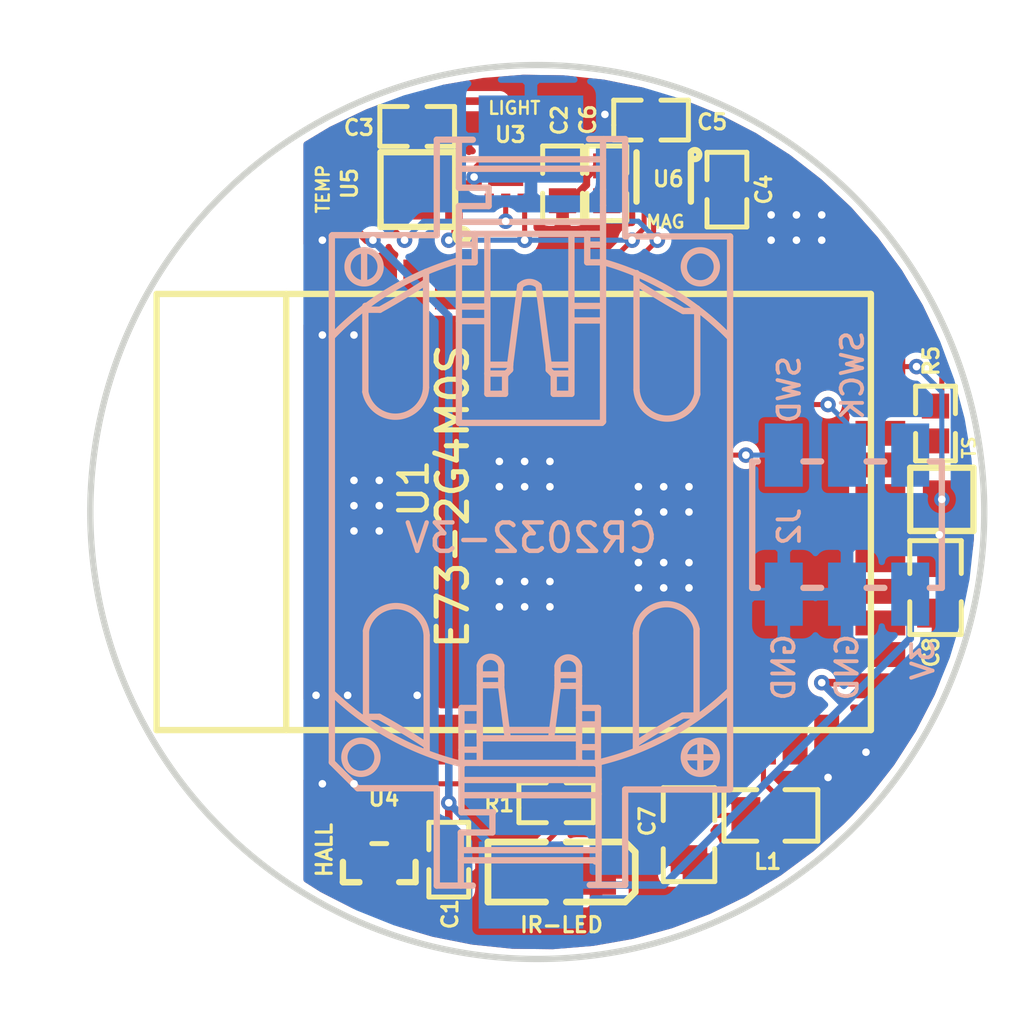
<source format=kicad_pcb>
(kicad_pcb (version 20171130) (host pcbnew 5.1.5-52549c5~84~ubuntu18.04.1)

  (general
    (thickness 1.6)
    (drawings 11)
    (tracks 196)
    (zones 0)
    (modules 20)
    (nets 2)
  )

  (page A4)
  (layers
    (0 F.Cu signal)
    (31 B.Cu signal)
    (32 B.Adhes user)
    (33 F.Adhes user)
    (34 B.Paste user)
    (35 F.Paste user)
    (36 B.SilkS user)
    (37 F.SilkS user)
    (38 B.Mask user)
    (39 F.Mask user)
    (40 Dwgs.User user)
    (41 Cmts.User user hide)
    (42 Eco1.User user)
    (43 Eco2.User user)
    (44 Edge.Cuts user)
    (45 Margin user)
    (46 B.CrtYd user)
    (47 F.CrtYd user)
    (48 B.Fab user hide)
    (49 F.Fab user hide)
  )

  (setup
    (last_trace_width 0.25)
    (trace_clearance 0.2)
    (zone_clearance 0.254)
    (zone_45_only no)
    (trace_min 0.2)
    (via_size 0.8)
    (via_drill 0.4)
    (via_min_size 0.4)
    (via_min_drill 0.3)
    (uvia_size 0.3)
    (uvia_drill 0.1)
    (uvias_allowed no)
    (uvia_min_size 0.2)
    (uvia_min_drill 0.1)
    (edge_width 0.05)
    (segment_width 0.2)
    (pcb_text_width 0.3)
    (pcb_text_size 1.5 1.5)
    (mod_edge_width 0.12)
    (mod_text_size 1 1)
    (mod_text_width 0.15)
    (pad_size 1 1.1)
    (pad_drill 0)
    (pad_to_mask_clearance 0.051)
    (solder_mask_min_width 0.25)
    (aux_axis_origin 0 0)
    (visible_elements FFFFFF7F)
    (pcbplotparams
      (layerselection 0x010fc_ffffffff)
      (usegerberextensions false)
      (usegerberattributes false)
      (usegerberadvancedattributes false)
      (creategerberjobfile false)
      (excludeedgelayer true)
      (linewidth 0.100000)
      (plotframeref false)
      (viasonmask false)
      (mode 1)
      (useauxorigin false)
      (hpglpennumber 1)
      (hpglpenspeed 20)
      (hpglpendiameter 15.000000)
      (psnegative false)
      (psa4output false)
      (plotreference true)
      (plotvalue true)
      (plotinvisibletext false)
      (padsonsilk false)
      (subtractmaskfromsilk false)
      (outputformat 1)
      (mirror false)
      (drillshape 1)
      (scaleselection 1)
      (outputdirectory ""))
  )

  (net 0 "")
  (net 1 GND)

  (net_class Default "This is the default net class."
    (clearance 0.2)
    (trace_width 0.25)
    (via_dia 0.8)
    (via_drill 0.4)
    (uvia_dia 0.3)
    (uvia_drill 0.1)
    (add_net GND)
  )

  (module easyeda:BATTERY-3 (layer F.Cu) (tedit 5E46A7C2) (tstamp 0)
    (at 139.192 36.577)
    (attr smd)
    (fp_text reference CR2032-3V (at 5.1816 1.0404) (layer B.SilkS)
      (effects (font (size 1.143 1.143) (thickness 0.178)) (justify left mirror))
    )
    (fp_text value CR2032-BS-6-1 (at 0 -19.812) (layer B.Fab) hide
      (effects (font (size 1.143 1.143) (thickness 0.127)) (justify left mirror))
    )
    (fp_arc (start 20.082 33.48) (end 4.242 9.296) (angle 4.292) (layer B.SilkS) (width 0.254))
    (fp_arc (start 20.107 -33.378) (end 6.121 -8.077) (angle 4.292) (layer B.SilkS) (width 0.254))
    (fp_arc (start -20.082 33.53) (end -6.096 8.23) (angle 4.292) (layer B.SilkS) (width 0.254))
    (fp_arc (start -20.056 -33.429) (end -4.216 -9.246) (angle 4.292) (layer B.SilkS) (width 0.254))
    (fp_arc (start 1.499 6.282) (end 1.067 6.198) (angle 157.904) (layer B.SilkS) (width 0.254))
    (fp_arc (start -1.626 6.257) (end -2.057 6.172) (angle 157.904) (layer B.SilkS) (width 0.254))
    (fp_arc (start 1.981 10.084) (end 1.93 10.084) (angle 90) (layer B.SilkS) (width 0.254))
    (fp_arc (start 2.54 14.046) (end 2.54 13.995) (angle 90) (layer B.SilkS) (width 0.254))
    (fp_arc (start 2.667 11.328) (end 2.718 11.328) (angle 90) (layer B.SilkS) (width 0.254))
    (fp_arc (start 2.692 10.744) (end 2.718 10.744) (angle 90) (layer B.SilkS) (width 0.254))
    (fp_arc (start 2.693 14.959) (end 2.72 14.958) (angle 93.9) (layer B.SilkS) (width 0.254))
    (fp_arc (start 2.646 10.06) (end 2.72 10.061) (angle 90.604) (layer B.SilkS) (width 0.254))
    (fp_arc (start 0.087 -1.002) (end 7.95 7.214) (angle 30.356) (layer B.SilkS) (width 0.254))
    (fp_arc (start -2.743 10.185) (end -2.794 10.185) (angle 90) (layer B.SilkS) (width 0.254))
    (fp_arc (start -1.524 12.09) (end -1.549 12.09) (angle 90) (layer B.SilkS) (width 0.254))
    (fp_arc (start -6.706 -9.854) (end -7.371 -9.86) (angle 358.905) (layer B.SilkS) (width 0.254))
    (fp_arc (start 6.806 -9.854) (end 6.142 -9.86) (angle 358.905) (layer B.SilkS) (width 0.254))
    (fp_arc (start 6.806 9.856) (end 6.142 9.85) (angle 358.905) (layer B.SilkS) (width 0.254))
    (fp_arc (start -6.833 9.856) (end -7.498 9.85) (angle 358.905) (layer B.SilkS) (width 0.254))
    (fp_arc (start 0.217 0.824) (end -8.001 -7.036) (angle 30.456) (layer B.SilkS) (width 0.254))
    (fp_arc (start -0.11 -0.928) (end -2.743 10.135) (angle 30.356) (layer B.SilkS) (width 0.254))
    (fp_arc (start -5.446 -5.062) (end -4.216 -5.004) (angle 166.285) (layer B.SilkS) (width 0.254))
    (fp_arc (start 5.472 -4.985) (end 6.68 -4.75) (angle 166.285) (layer B.SilkS) (width 0.254))
    (fp_arc (start -5.421 5.011) (end -6.629 4.775) (angle 166.285) (layer B.SilkS) (width 0.254))
    (fp_arc (start 5.446 4.935) (end 4.216 4.877) (angle 166.285) (layer B.SilkS) (width 0.254))
    (fp_arc (start -0.175 0.902) (end 2.946 -10.033) (angle 29.727) (layer B.SilkS) (width 0.254))
    (fp_arc (start -0.064 -8.725) (end -0.432 -9.093) (angle 90) (layer B.SilkS) (width 0.254))
    (fp_line (start 6.681 8.178) (end 6.096 8.178) (layer B.SilkS) (width 0.254))
    (fp_line (start 6.706 -8.078) (end 6.122 -8.078) (layer B.SilkS) (width 0.254))
    (fp_line (start -6.096 8.229) (end -6.68 8.229) (layer B.SilkS) (width 0.254))
    (fp_line (start -6.07 -8.129) (end -6.654 -8.129) (layer B.SilkS) (width 0.254))
    (fp_line (start -6.654 -8.129) (end -6.654 -8.281) (layer B.SilkS) (width 0.254))
    (fp_line (start -6.654 -8.281) (end -6.654 -4.827) (layer B.SilkS) (width 0.254))
    (fp_line (start -1.524 12.064) (end -2.794 12.064) (layer B.SilkS) (width 0.254))
    (fp_line (start -2.794 12.064) (end -2.794 10.083) (layer B.SilkS) (width 0.254))
    (fp_line (start -2.794 10.083) (end 2.693 10.083) (layer B.SilkS) (width 0.254))
    (fp_line (start 2.693 10.083) (end 2.693 7.873) (layer B.SilkS) (width 0.254))
    (fp_line (start 2.693 7.873) (end 1.931 7.873) (layer B.SilkS) (width 0.254))
    (fp_line (start -2.108 7.873) (end -2.794 7.873) (layer B.SilkS) (width 0.254))
    (fp_line (start -2.794 7.873) (end -2.794 8.635) (layer B.SilkS) (width 0.254))
    (fp_line (start -2.794 8.635) (end -2.057 8.635) (layer B.SilkS) (width 0.254))
    (fp_line (start -2.057 8.635) (end -2.057 10.083) (layer B.SilkS) (width 0.254))
    (fp_line (start 0.854 8.762) (end -0.939 8.762) (layer B.SilkS) (width 0.254))
    (fp_line (start 1.931 6.553) (end 1.067 6.553) (layer B.SilkS) (width 0.254))
    (fp_line (start 1.067 6.553) (end 1.067 7.081) (layer B.SilkS) (width 0.254))
    (fp_line (start 1.067 7.081) (end 0.813 9.065) (layer B.SilkS) (width 0.254))
    (fp_line (start 1.931 6.984) (end 1.067 6.984) (layer B.SilkS) (width 0.254))
    (fp_line (start 1.067 6.553) (end 1.067 6.197) (layer B.SilkS) (width 0.254))
    (fp_line (start 1.931 9.118) (end 1.931 6.197) (layer B.SilkS) (width 0.254))
    (fp_line (start -0.939 9.039) (end -1.211 6.916) (layer B.SilkS) (width 0.254))
    (fp_line (start -2.057 6.959) (end -1.193 6.959) (layer B.SilkS) (width 0.254))
    (fp_line (start -1.193 6.959) (end -1.193 6.527) (layer B.SilkS) (width 0.254))
    (fp_line (start -1.193 6.527) (end -2.057 6.527) (layer B.SilkS) (width 0.254))
    (fp_line (start -1.193 6.527) (end -1.193 6.172) (layer B.SilkS) (width 0.254))
    (fp_line (start 1.855 9.093) (end -2.057 9.093) (layer B.SilkS) (width 0.254))
    (fp_line (start -2.057 9.093) (end -2.057 6.172) (layer B.SilkS) (width 0.254))
    (fp_line (start 1.931 9.982) (end 1.931 8.534) (layer B.SilkS) (width 0.254))
    (fp_line (start 1.931 8.534) (end 2.667 8.534) (layer B.SilkS) (width 0.254))
    (fp_line (start 2.642 9.448) (end 1.931 9.448) (layer B.SilkS) (width 0.254))
    (fp_line (start -2.082 9.55) (end -2.794 9.55) (layer B.SilkS) (width 0.254))
    (fp_line (start -2.794 10.083) (end -2.794 8.635) (layer B.SilkS) (width 0.254))
    (fp_line (start 2.54 13.995) (end -2.819 13.995) (layer B.SilkS) (width 0.254))
    (fp_line (start 2.718 13.588) (end -2.794 13.588) (layer B.SilkS) (width 0.254))
    (fp_line (start 2.667 11.379) (end -2.743 11.379) (layer B.SilkS) (width 0.254))
    (fp_line (start 2.693 10.769) (end -2.794 10.769) (layer B.SilkS) (width 0.254))
    (fp_line (start 2.718 14.96) (end 2.718 10.083) (layer B.SilkS) (width 0.254))
    (fp_line (start -2.819 15.011) (end -2.819 12.877) (layer B.SilkS) (width 0.254))
    (fp_line (start -2.819 12.877) (end -1.549 12.877) (layer B.SilkS) (width 0.254))
    (fp_line (start -1.549 12.877) (end -1.549 12.09) (layer B.SilkS) (width 0.254))
    (fp_line (start 2.896 -10.745) (end 2.312 -10.745) (layer B.SilkS) (width 0.254))
    (fp_line (start 2.8 -10.034) (end 2.261 -10.034) (layer B.SilkS) (width 0.254))
    (fp_line (start 2.261 -10.034) (end 2.261 -11.177) (layer B.SilkS) (width 0.254))
    (fp_line (start 2.82 -8.281) (end 1.677 -8.281) (layer B.SilkS) (width 0.254))
    (fp_line (start 2.82 -7.697) (end 1.677 -7.697) (layer B.SilkS) (width 0.254))
    (fp_line (start -1.752 -7.671) (end -2.895 -7.671) (layer B.SilkS) (width 0.254))
    (fp_line (start -1.752 -8.256) (end -2.895 -8.256) (layer B.SilkS) (width 0.254))
    (fp_line (start -3.81 11.099) (end -6.959 11.099) (layer B.SilkS) (width 0.254))
    (fp_line (start -6.959 11.099) (end -8.001 10.058) (layer B.SilkS) (width 0.254))
    (fp_line (start -8.001 10.058) (end -8.001 -11.1) (layer B.SilkS) (width 0.254))
    (fp_line (start -8.001 -11.1) (end -7.975 -11.126) (layer B.SilkS) (width 0.254))
    (fp_line (start -7.975 -11.126) (end -3.784 -11.126) (layer B.SilkS) (width 0.254))
    (fp_line (start -3.784 -11.126) (end -3.784 -14.961) (layer B.SilkS) (width 0.254))
    (fp_line (start -3.784 -14.961) (end -2.336 -14.961) (layer B.SilkS) (width 0.254))
    (fp_line (start -2.336 15.011) (end -3.784 15.011) (layer B.SilkS) (width 0.254))
    (fp_line (start -3.784 15.011) (end -3.784 11.099) (layer B.SilkS) (width 0.254))
    (fp_line (start 3.785 -11.075) (end 3.785 -14.987) (layer B.SilkS) (width 0.254))
    (fp_line (start 3.785 -14.987) (end 2.337 -14.987) (layer B.SilkS) (width 0.254))
    (fp_line (start 2.363 14.985) (end 3.785 14.985) (layer B.SilkS) (width 0.254))
    (fp_line (start 3.785 14.985) (end 3.785 11.15) (layer B.SilkS) (width 0.254))
    (fp_line (start 3.785 11.15) (end 7.976 11.15) (layer B.SilkS) (width 0.254))
    (fp_line (start 7.976 11.15) (end 8.001 11.125) (layer B.SilkS) (width 0.254))
    (fp_line (start 8.001 11.125) (end 8.001 -11.075) (layer B.SilkS) (width 0.254))
    (fp_line (start 8.001 -11.075) (end 3.81 -11.075) (layer B.SilkS) (width 0.254))
    (fp_line (start 6.808 10.515) (end 6.808 9.27) (layer B.SilkS) (width 0.254))
    (fp_line (start 7.443 9.855) (end 6.173 9.855) (layer B.SilkS) (width 0.254))
    (fp_line (start -6.705 -9.195) (end -6.705 -10.491) (layer B.SilkS) (width 0.254))
    (fp_line (start -4.216 -5.004) (end -4.216 -9.653) (layer B.SilkS) (width 0.254))
    (fp_line (start 4.242 -4.903) (end 4.242 -9.602) (layer B.SilkS) (width 0.254))
    (fp_line (start 6.681 -4.725) (end 6.681 -8.179) (layer B.SilkS) (width 0.254))
    (fp_line (start -4.191 9.651) (end -4.191 4.952) (layer B.SilkS) (width 0.254))
    (fp_line (start -6.629 8.229) (end -6.629 4.775) (layer B.SilkS) (width 0.254))
    (fp_line (start 4.217 9.575) (end 4.217 4.876) (layer B.SilkS) (width 0.254))
    (fp_line (start 6.655 8.153) (end 6.655 4.698) (layer B.SilkS) (width 0.254))
    (fp_line (start 2.845 -11.177) (end -2.895 -11.177) (layer B.SilkS) (width 0.254))
    (fp_line (start 2.921 -14.987) (end 2.896 -14.961) (layer B.SilkS) (width 0.254))
    (fp_line (start 2.896 -14.961) (end 2.896 -12.955) (layer B.SilkS) (width 0.254))
    (fp_line (start 2.896 -12.955) (end 2.896 -12.32) (layer B.SilkS) (width 0.254))
    (fp_line (start 2.896 -12.32) (end 2.896 -11.939) (layer B.SilkS) (width 0.254))
    (fp_line (start 2.896 -11.939) (end 2.896 -3.633) (layer B.SilkS) (width 0.254))
    (fp_line (start 2.896 -3.633) (end 2.845 -3.582) (layer B.SilkS) (width 0.254))
    (fp_line (start 2.845 -3.582) (end -2.895 -3.582) (layer B.SilkS) (width 0.254))
    (fp_line (start -2.895 -3.582) (end -2.895 -11.913) (layer B.SilkS) (width 0.254))
    (fp_line (start -2.895 -11.913) (end -2.895 -12.294) (layer B.SilkS) (width 0.254))
    (fp_line (start -2.895 -12.294) (end -1.701 -12.294) (layer B.SilkS) (width 0.254))
    (fp_line (start -1.701 -12.294) (end -1.701 -13.031) (layer B.SilkS) (width 0.254))
    (fp_line (start -1.701 -13.031) (end -2.895 -13.031) (layer B.SilkS) (width 0.254))
    (fp_line (start -2.895 -13.031) (end -2.895 -14.936) (layer B.SilkS) (width 0.254))
    (fp_line (start -2.895 -14.936) (end -2.921 -14.961) (layer B.SilkS) (width 0.254))
    (fp_line (start 2.871 -13.793) (end -2.895 -13.793) (layer B.SilkS) (width 0.254))
    (fp_line (start 2.896 -14.174) (end -2.895 -14.174) (layer B.SilkS) (width 0.254))
    (fp_line (start 2.794 -11.659) (end -2.819 -11.659) (layer B.SilkS) (width 0.254))
    (fp_line (start -2.799 -10.034) (end -2.26 -10.034) (layer B.SilkS) (width 0.254))
    (fp_line (start -2.26 -10.034) (end -2.26 -11.177) (layer B.SilkS) (width 0.254))
    (fp_line (start -2.311 -10.745) (end -2.895 -10.745) (layer B.SilkS) (width 0.254))
    (fp_line (start 0.305 -9.094) (end 0.712 -5.919) (layer B.SilkS) (width 0.254))
    (fp_line (start 0.712 -5.919) (end 0.712 -5.716) (layer B.SilkS) (width 0.254))
    (fp_line (start 0.712 -5.716) (end 0.915 -5.512) (layer B.SilkS) (width 0.254))
    (fp_line (start 0.915 -5.512) (end 0.915 -4.75) (layer B.SilkS) (width 0.254))
    (fp_line (start 0.915 -4.75) (end 1.118 -4.75) (layer B.SilkS) (width 0.254))
    (fp_line (start 1.118 -4.75) (end 1.626 -4.75) (layer B.SilkS) (width 0.254))
    (fp_line (start 1.626 -4.75) (end 1.626 -11.151) (layer B.SilkS) (width 0.254))
    (fp_line (start 1.601 -5.919) (end 0.712 -5.919) (layer B.SilkS) (width 0.254))
    (fp_line (start 1.626 -5.563) (end 0.864 -5.563) (layer B.SilkS) (width 0.254))
    (fp_line (start -0.431 -9.094) (end -0.838 -5.919) (layer B.SilkS) (width 0.254))
    (fp_line (start -0.838 -5.919) (end -0.838 -5.716) (layer B.SilkS) (width 0.254))
    (fp_line (start -0.838 -5.716) (end -1.041 -5.512) (layer B.SilkS) (width 0.254))
    (fp_line (start -1.041 -5.512) (end -1.041 -4.75) (layer B.SilkS) (width 0.254))
    (fp_line (start -1.041 -4.75) (end -1.244 -4.75) (layer B.SilkS) (width 0.254))
    (fp_line (start -1.244 -4.75) (end -1.752 -4.75) (layer B.SilkS) (width 0.254))
    (fp_line (start -1.752 -4.75) (end -1.752 -11.151) (layer B.SilkS) (width 0.254))
    (fp_line (start -0.838 -5.919) (end -1.727 -5.919) (layer B.SilkS) (width 0.254))
    (fp_line (start -0.99 -5.563) (end -1.752 -5.563) (layer B.SilkS) (width 0.254))
    (fp_text user gge60 (at 0 0) (layer Cmts.User)
      (effects (font (size 1 1) (thickness 0.15)))
    )
    (pad 2 smd rect (at 0 -14.987 270) (size 3.5 4.2) (layers B.Cu B.Paste B.Mask)
      (net 1 GND))
    (pad 1 smd rect (at 0 14.988 270) (size 3.5 4.2) (layers B.Cu B.Paste B.Mask))
  )

  (module easyeda:H2X3-SMD-2.54 (layer F.Cu) (tedit 5E46A801) (tstamp 0)
    (at 151.892 37.084 270)
    (attr smd)
    (fp_text reference J2 (at -0.762 2.323 90) (layer B.SilkS)
      (effects (font (size 0.864 0.864) (thickness 0.152)) (justify left mirror))
    )
    (fp_text value SWD (at 0 -7.112 270) (layer B.Fab) hide
      (effects (font (size 1.143 1.143) (thickness 0.127)) (justify left mirror))
    )
    (fp_line (start 2.54 -3.327) (end 2.54 -3.81) (layer B.SilkS) (width 0.254))
    (fp_line (start 2.54 -3.81) (end -2.54 -3.81) (layer B.SilkS) (width 0.254))
    (fp_line (start -2.54 -3.81) (end -2.54 -3.327) (layer B.SilkS) (width 0.254))
    (fp_line (start -2.54 3.581) (end -2.54 3.81) (layer B.SilkS) (width 0.254))
    (fp_line (start -2.54 3.81) (end 2.54 3.81) (layer B.SilkS) (width 0.254))
    (fp_line (start 2.54 3.81) (end 2.54 3.581) (layer B.SilkS) (width 0.254))
    (fp_line (start 2.54 -1.499) (end 2.54 -0.787) (layer B.SilkS) (width 0.254))
    (fp_line (start 2.54 1.041) (end 2.54 1.753) (layer B.SilkS) (width 0.254))
    (fp_line (start -2.54 1.041) (end -2.54 1.753) (layer B.SilkS) (width 0.254))
    (fp_line (start -2.54 -1.499) (end -2.54 -0.787) (layer B.SilkS) (width 0.254))
    (fp_line (start 2.54 -3.81) (end 2.54 3.81) (layer Cmts.User) (width 0.254))
    (fp_line (start -2.54 3.81) (end -2.54 -3.81) (layer Cmts.User) (width 0.254))
    (fp_text user gge151 (at 0 0) (layer Cmts.User)
      (effects (font (size 1 1) (thickness 0.15)))
    )
    (pad 1 smd rect (at 2.794 -2.54 270) (size 2.54 1.524) (layers B.Cu B.Paste B.Mask))
    (pad 2 smd rect (at 2.794 0 270) (size 2.54 1.524) (layers B.Cu B.Paste B.Mask)
      (net 1 GND))
    (pad 3 smd rect (at 2.794 2.54 270) (size 2.54 1.524) (layers B.Cu B.Paste B.Mask)
      (net 1 GND))
    (pad 4 smd rect (at -2.794 2.54 90) (size 2.54 1.524) (layers B.Cu B.Paste B.Mask))
    (pad 5 smd rect (at -2.794 0 90) (size 2.54 1.524) (layers B.Cu B.Paste B.Mask))
    (pad 6 smd rect (at -2.794 -2.54 90) (size 2.54 1.524) (layers B.Cu B.Paste B.Mask))
  )

  (module easyeda:E73-2G4M04S (layer F.Cu) (tedit 5E46A732) (tstamp 0)
    (at 129.358 45.34 90)
    (attr smd)
    (fp_text reference U1 (at 8.449 5.122 90) (layer F.SilkS)
      (effects (font (size 1.143 1.143) (thickness 0.178)) (justify left))
    )
    (fp_text value E73-2G4M0S (at 3.167 6.69 90) (layer F.SilkS)
      (effects (font (size 1.219 1.219) (thickness 0.203)) (justify left))
    )
    (fp_line (start 0.001 -0.001) (end 17.527 -0.001) (layer F.SilkS) (width 0.254))
    (fp_line (start 0.001 -5.208) (end 17.501 -5.208) (layer F.SilkS) (width 0.254))
    (fp_line (start 0.001 -5.208) (end 0.001 23.494) (layer F.SilkS) (width 0.254))
    (fp_line (start 0.001 23.494) (end 17.527 23.494) (layer F.SilkS) (width 0.254))
    (fp_line (start 17.527 23.494) (end 17.527 -5.208) (layer F.SilkS) (width 0.254))
    (fp_text user gge168 (at 0 0) (layer Cmts.User)
      (effects (font (size 1 1) (thickness 0.15)))
    )
    (pad 14 smd rect (at -0.382 20.447 90) (size 2 1) (layers F.Cu F.Paste F.Mask))
    (pad 13 smd rect (at -0.382 19.177 90) (size 2 1) (layers F.Cu F.Paste F.Mask))
    (pad 12 smd rect (at -0.382 17.907 90) (size 2 1) (layers F.Cu F.Paste F.Mask))
    (pad 11 smd rect (at -0.382 16.637 90) (size 2 1) (layers F.Cu F.Paste F.Mask))
    (pad 10 smd rect (at -0.382 15.367 90) (size 2 1) (layers F.Cu F.Paste F.Mask))
    (pad 9 smd rect (at -0.382 14.097 90) (size 2 1) (layers F.Cu F.Paste F.Mask))
    (pad 8 smd rect (at -0.382 12.827 90) (size 2 1) (layers F.Cu F.Paste F.Mask))
    (pad 7 smd rect (at -0.382 11.557 90) (size 2 1) (layers F.Cu F.Paste F.Mask))
    (pad 6 smd rect (at -0.382 10.287 90) (size 2 1) (layers F.Cu F.Paste F.Mask))
    (pad 5 smd rect (at -0.382 9.017 90) (size 2 1) (layers F.Cu F.Paste F.Mask))
    (pad 4 smd rect (at -0.382 7.747 90) (size 2 1) (layers F.Cu F.Paste F.Mask))
    (pad 3 smd rect (at -0.382 6.477 90) (size 2 1) (layers F.Cu F.Paste F.Mask))
    (pad 2 smd rect (at -0.382 5.207 90) (size 2 1) (layers F.Cu F.Paste F.Mask)
      (net 1 GND))
    (pad 15 smd rect (at -0.382 21.717 90) (size 2 1) (layers F.Cu F.Paste F.Mask)
      (net 1 GND))
    (pad 1 smd rect (at -0.382 2.667 90) (size 2 1) (layers F.Cu F.Paste F.Mask)
      (net 1 GND))
    (pad 0 smd rect (at -0.382 1.397 90) (size 2 1) (layers F.Cu F.Paste F.Mask)
      (net 1 GND))
    (pad 29 smd rect (at 17.906 20.447 90) (size 2 1) (layers F.Cu F.Paste F.Mask))
    (pad 30 smd rect (at 17.906 19.177 90) (size 2 1) (layers F.Cu F.Paste F.Mask))
    (pad 31 smd rect (at 17.906 17.907 90) (size 2 1) (layers F.Cu F.Paste F.Mask))
    (pad 32 smd rect (at 17.906 16.637 90) (size 2 1) (layers F.Cu F.Paste F.Mask))
    (pad 33 smd rect (at 17.906 15.367 90) (size 2 1) (layers F.Cu F.Paste F.Mask))
    (pad 34 smd rect (at 17.906 14.097 90) (size 2 1) (layers F.Cu F.Paste F.Mask))
    (pad 35 smd rect (at 17.906 12.827 90) (size 2 1) (layers F.Cu F.Paste F.Mask))
    (pad 36 smd rect (at 17.906 11.557 90) (size 2 1) (layers F.Cu F.Paste F.Mask))
    (pad 37 smd rect (at 17.906 10.287 90) (size 2 1) (layers F.Cu F.Paste F.Mask))
    (pad 38 smd rect (at 17.906 9.017 90) (size 2 1) (layers F.Cu F.Paste F.Mask))
    (pad 39 smd rect (at 17.906 7.747 90) (size 2 1) (layers F.Cu F.Paste F.Mask))
    (pad 40 smd rect (at 17.906 6.477 90) (size 2 1) (layers F.Cu F.Paste F.Mask))
    (pad 41 smd rect (at 17.906 5.207 90) (size 2 1) (layers F.Cu F.Paste F.Mask))
    (pad 28 smd rect (at 17.906 21.717 90) (size 2 1) (layers F.Cu F.Paste F.Mask))
    (pad 42 smd rect (at 17.906 2.667 90) (size 2 1) (layers F.Cu F.Paste F.Mask)
      (net 1 GND))
    (pad 43 smd rect (at 17.906 1.397 90) (size 2 1) (layers F.Cu F.Paste F.Mask)
      (net 1 GND))
    (pad 16 smd rect (at 1.779 23.874 180) (size 2 1) (layers F.Cu F.Paste F.Mask))
    (pad 17 smd rect (at 3.035 23.874 180) (size 2 1) (layers F.Cu F.Paste F.Mask))
    (pad 18 smd rect (at 4.305 23.874 180) (size 2 1) (layers F.Cu F.Paste F.Mask))
    (pad 19 smd rect (at 5.575 23.874 180) (size 2 1) (layers F.Cu F.Paste F.Mask))
    (pad 20 smd rect (at 6.845 23.874 180) (size 2 1) (layers F.Cu F.Paste F.Mask))
    (pad 21 smd rect (at 8.115 23.874 180) (size 2 1) (layers F.Cu F.Paste F.Mask))
    (pad 22 smd rect (at 9.385 23.874 180) (size 2 1) (layers F.Cu F.Paste F.Mask))
    (pad 23 smd rect (at 10.655 23.874 180) (size 2 1) (layers F.Cu F.Paste F.Mask))
    (pad 24 smd rect (at 11.925 23.874 180) (size 2 1) (layers F.Cu F.Paste F.Mask))
    (pad 25 smd rect (at 13.195 23.874 180) (size 2 1) (layers F.Cu F.Paste F.Mask))
    (pad 26 smd rect (at 14.465 23.874 180) (size 2 1) (layers F.Cu F.Paste F.Mask))
    (pad 27 smd rect (at 15.735 23.874 180) (size 2 1) (layers F.Cu F.Paste F.Mask))
  )

  (module easyeda:MAXM-D622N+4_V (layer F.Cu) (tedit 5E46AC54) (tstamp 0)
    (at 138.176 23.114 270)
    (attr smd)
    (fp_text reference U3 (at -1.699 0.508) (layer F.SilkS)
      (effects (font (size 0.61 0.61) (thickness 0.127)) (justify left))
    )
    (fp_text value MAX44009EDT+ (at -0.254 -4.572 270) (layer F.Fab) hide
      (effects (font (size 1.143 1.143) (thickness 0.127)) (justify left))
    )
    (fp_text user gge220 (at 0 0) (layer Cmts.User)
      (effects (font (size 1 1) (thickness 0.15)))
    )
    (pad 1 smd rect (at -0.913 -0.662) (size 0.368 0.495) (layers F.Cu F.Paste F.Mask))
    (pad 2 smd rect (at -0.913 -0.001) (size 0.368 0.495) (layers F.Cu F.Paste F.Mask)
      (net 1 GND))
    (pad 3 smd rect (at -0.913 0.659) (size 0.368 0.495) (layers F.Cu F.Paste F.Mask)
      (net 1 GND))
    (pad 6 smd rect (at 0.916 -0.662) (size 0.368 0.495) (layers F.Cu F.Paste F.Mask))
    (pad 5 smd rect (at 0.916 -0.001) (size 0.368 0.495) (layers F.Cu F.Paste F.Mask))
    (pad 4 smd rect (at 0.916 0.659) (size 0.368 0.495) (layers F.Cu F.Paste F.Mask))
    (pad 7 smd rect (at 0.001 -0.001) (size 1.41 0.724) (layers F.Cu F.Paste F.Mask))
  )

  (module "easyeda:SOT-23(SOT-23-3)" (layer F.Cu) (tedit 5E46A642) (tstamp 0)
    (at 133.096 50.8 180)
    (attr smd)
    (fp_text reference U4 (at 0.508 2.715) (layer F.SilkS)
      (effects (font (size 0.61 0.61) (thickness 0.127)) (justify left))
    )
    (fp_text value DRV5032AJDBZR (at 0 -5.08 180) (layer F.Fab) hide
      (effects (font (size 1.143 1.143) (thickness 0.127)) (justify left))
    )
    (fp_line (start 0.8 -0.65) (end 1.46 -0.65) (layer F.SilkS) (width 0.254))
    (fp_line (start 1.46 -0.65) (end 0.8 -0.65) (layer F.SilkS) (width 0.254))
    (fp_line (start 0.8 -0.65) (end 1.46 -0.65) (layer F.SilkS) (width 0.254))
    (fp_line (start 1.46 -0.65) (end 1.46 0.165) (layer F.SilkS) (width 0.254))
    (fp_line (start -1.46 0.165) (end -1.46 -0.65) (layer F.SilkS) (width 0.254))
    (fp_line (start -1.46 -0.65) (end -0.8 -0.65) (layer F.SilkS) (width 0.254))
    (fp_line (start -0.3 0.899) (end 0.3 0.899) (layer F.SilkS) (width 0.2))
    (fp_text user gge231 (at 0 0) (layer Cmts.User)
      (effects (font (size 1 1) (thickness 0.15)))
    )
    (pad 3 smd rect (at 0 -1.25) (size 0.7 1.25) (layers F.Cu F.Paste F.Mask)
      (net 1 GND))
    (pad 2 smd rect (at 0.95 1.25) (size 0.7 1.25) (layers F.Cu F.Paste F.Mask))
    (pad 1 smd rect (at -0.95 1.25) (size 0.7 1.25) (layers F.Cu F.Paste F.Mask))
  )

  (module easyeda:DFN-6-EP (layer F.Cu) (tedit 5E46AC4E) (tstamp 0)
    (at 134.62 23.622 90)
    (attr smd)
    (fp_text reference U5 (at -0.45 -2.715 90) (layer F.SilkS)
      (effects (font (size 0.61 0.61) (thickness 0.127)) (justify left))
    )
    (fp_text value HTU21D (at -0.254 -5.309 90) (layer F.Fab) hide
      (effects (font (size 1.143 1.143) (thickness 0.127)) (justify left))
    )
    (fp_circle (center -1.85 1.8) (end -1.75 1.8) (layer F.SilkS) (width 0.3))
    (fp_line (start 1.199 1.527) (end 1.501 1.527) (layer F.SilkS) (width 0.254))
    (fp_line (start -1.501 1.527) (end -1.199 1.527) (layer F.SilkS) (width 0.254))
    (fp_line (start -1.501 -1.473) (end -1.199 -1.473) (layer F.SilkS) (width 0.254))
    (fp_line (start -1.499 -1.473) (end 1.504 -1.473) (layer F.SilkS) (width 0.254))
    (fp_line (start -1.496 1.527) (end -1.496 -1.473) (layer F.SilkS) (width 0.254))
    (fp_line (start -1.496 1.527) (end 1.504 1.527) (layer F.SilkS) (width 0.254))
    (fp_line (start 1.504 1.527) (end 1.504 -1.473) (layer F.SilkS) (width 0.254))
    (fp_text user gge240 (at 0 0) (layer Cmts.User)
      (effects (font (size 1 1) (thickness 0.15)))
    )
    (pad 1 smd rect (at -1.001 1.476 90) (size 0.45 0.701) (layers F.Cu F.Paste F.Mask))
    (pad 2 smd rect (at 0 1.476 90) (size 0.45 0.701) (layers F.Cu F.Paste F.Mask)
      (net 1 GND))
    (pad 3 smd rect (at 1.001 1.476 90) (size 0.45 0.701) (layers F.Cu F.Paste F.Mask))
    (pad 4 smd rect (at 1.001 -1.476 90) (size 0.45 0.701) (layers F.Cu F.Paste F.Mask))
    (pad 5 smd rect (at 0 -1.476 90) (size 0.45 0.701) (layers F.Cu F.Paste F.Mask))
    (pad 6 smd rect (at -1.001 -1.476 90) (size 0.45 0.701) (layers F.Cu F.Paste F.Mask))
    (pad 7 smd rect (at 0 0.025 90) (size 2.4 1.5) (layers F.Cu F.Paste F.Mask))
  )

  (module easyeda:LED-1206 (layer F.Cu) (tedit 5E46A766) (tstamp 0)
    (at 140.208 51.054 180)
    (attr smd)
    (fp_text reference IR-LED (at 1.525 -2.112) (layer F.SilkS)
      (effects (font (size 0.61 0.61) (thickness 0.127)) (justify left))
    )
    (fp_text value "IR LED" (at -0.229 -4.622 180) (layer F.Fab) hide
      (effects (font (size 1.143 1.143) (thickness 0.127)) (justify left))
    )
    (fp_line (start 0.432 1.219) (end 2.743 1.219) (layer F.SilkS) (width 0.27))
    (fp_line (start 2.743 1.219) (end 2.743 -1.194) (layer F.SilkS) (width 0.27))
    (fp_line (start 2.743 -1.194) (end 0.432 -1.194) (layer F.SilkS) (width 0.27))
    (fp_line (start 0.432 -1.194) (end 0.432 -1.194) (layer F.SilkS) (width 0.27))
    (fp_line (start -0.406 -1.194) (end -2.769 -1.194) (layer F.SilkS) (width 0.27))
    (fp_line (start -2.769 -1.194) (end -3.175 -0.787) (layer F.SilkS) (width 0.27))
    (fp_line (start -3.175 -0.787) (end -3.175 0.813) (layer F.SilkS) (width 0.27))
    (fp_line (start -3.175 0.813) (end -2.769 1.219) (layer F.SilkS) (width 0.27))
    (fp_line (start -2.769 1.219) (end -0.406 1.219) (layer F.SilkS) (width 0.27))
    (fp_text user gge258 (at 0 0) (layer Cmts.User)
      (effects (font (size 1 1) (thickness 0.15)))
    )
    (pad 1 smd rect (at 1.6 -0.001) (size 1.6 1.801) (layers F.Cu F.Paste F.Mask))
    (pad 2 smd rect (at -1.6 -0.001) (size 1.6 1.801) (layers F.Cu F.Paste F.Mask)
      (net 1 GND))
  )

  (module easyeda:0603 (layer F.Cu) (tedit 0) (tstamp 0)
    (at 140.208 48.26)
    (attr smd)
    (fp_text reference R1 (at -2.9718 0.0508) (layer F.SilkS)
      (effects (font (size 0.61 0.61) (thickness 0.127)) (justify left))
    )
    (fp_text value 100Ω (at -0.038 -4.318) (layer F.Fab) hide
      (effects (font (size 1.143 1.143) (thickness 0.127)) (justify left))
    )
    (fp_line (start 0.399 -0.8) (end 1.501 -0.8) (layer F.SilkS) (width 0.2))
    (fp_line (start 1.501 -0.8) (end 1.501 0.8) (layer F.SilkS) (width 0.2))
    (fp_line (start 1.501 0.8) (end 0.399 0.8) (layer F.SilkS) (width 0.2))
    (fp_line (start -0.399 -0.8) (end -1.501 -0.8) (layer F.SilkS) (width 0.2))
    (fp_line (start -1.501 -0.8) (end -1.501 0.201) (layer F.SilkS) (width 0.2))
    (fp_line (start -1.501 0.201) (end -1.501 0.8) (layer F.SilkS) (width 0.2))
    (fp_line (start -1.501 0.8) (end -0.399 0.8) (layer F.SilkS) (width 0.2))
    (fp_text user gge266 (at 0 0) (layer Cmts.User)
      (effects (font (size 1 1) (thickness 0.15)))
    )
    (pad 1 smd rect (at -0.7 0) (size 1 1.1) (layers F.Cu F.Paste F.Mask))
    (pad 2 smd rect (at 0.7 0) (size 1 1.1) (layers F.Cu F.Paste F.Mask))
  )

  (module easyeda:0603 (layer F.Cu) (tedit 5E46AD5C) (tstamp 0)
    (at 135.89 50.546 90)
    (attr smd)
    (fp_text reference C1 (at -2.8702 0.0508 90) (layer F.SilkS)
      (effects (font (size 0.61 0.61) (thickness 0.127)) (justify left))
    )
    (fp_text value 100n (at -0.038 -4.318 90) (layer F.Fab) hide
      (effects (font (size 1.143 1.143) (thickness 0.127)) (justify left))
    )
    (fp_line (start 0.399 -0.8) (end 1.499 -0.8) (layer F.SilkS) (width 0.2))
    (fp_line (start 1.499 -0.8) (end 1.499 0.8) (layer F.SilkS) (width 0.2))
    (fp_line (start 1.499 0.8) (end 0.399 0.8) (layer F.SilkS) (width 0.2))
    (fp_line (start -0.401 -0.8) (end -1.501 -0.8) (layer F.SilkS) (width 0.2))
    (fp_line (start -1.501 -0.8) (end -1.501 0.201) (layer F.SilkS) (width 0.2))
    (fp_line (start -1.501 0.201) (end -1.501 0.8) (layer F.SilkS) (width 0.2))
    (fp_line (start -1.501 0.8) (end -0.401 0.8) (layer F.SilkS) (width 0.2))
    (fp_text user gge273 (at 0 0) (layer Cmts.User)
      (effects (font (size 1 1) (thickness 0.15)))
    )
    (pad 1 smd rect (at -0.7 0 90) (size 1 1.1) (layers F.Cu F.Paste F.Mask)
      (net 1 GND))
    (pad 2 smd rect (at 0.7 0 90) (size 1 1.1) (layers F.Cu F.Paste F.Mask))
  )

  (module easyeda:0603 (layer F.Cu) (tedit 5E46AA6A) (tstamp 0)
    (at 140.462 23.368 90)
    (attr smd)
    (fp_text reference C2 (at 1.8542 -0.127 90) (layer F.SilkS)
      (effects (font (size 0.61 0.61) (thickness 0.127)) (justify left))
    )
    (fp_text value 100n (at -0.038 -4.318 90) (layer F.Fab) hide
      (effects (font (size 1.143 1.143) (thickness 0.127)) (justify left))
    )
    (fp_line (start 0.399 -0.8) (end 1.499 -0.8) (layer F.SilkS) (width 0.2))
    (fp_line (start 1.499 -0.8) (end 1.499 0.8) (layer F.SilkS) (width 0.2))
    (fp_line (start 1.499 0.8) (end 0.399 0.8) (layer F.SilkS) (width 0.2))
    (fp_line (start -0.401 -0.8) (end -1.501 -0.8) (layer F.SilkS) (width 0.2))
    (fp_line (start -1.501 -0.8) (end -1.501 0.201) (layer F.SilkS) (width 0.2))
    (fp_line (start -1.501 0.201) (end -1.501 0.8) (layer F.SilkS) (width 0.2))
    (fp_line (start -1.501 0.8) (end -0.401 0.8) (layer F.SilkS) (width 0.2))
    (fp_text user gge280 (at 0 0) (layer Cmts.User)
      (effects (font (size 1 1) (thickness 0.15)))
    )
    (pad 1 smd rect (at -0.7 0 90) (size 1 1.1) (layers F.Cu F.Paste F.Mask)
      (net 1 GND))
    (pad 2 smd rect (at 0.7 0 90) (size 1 1.1) (layers F.Cu F.Paste F.Mask))
  )

  (module easyeda:0603 (layer F.Cu) (tedit 5E46AB49) (tstamp 0)
    (at 134.62 21.082)
    (attr smd)
    (fp_text reference C3 (at -3.0226 0.0508) (layer F.SilkS)
      (effects (font (size 0.61 0.61) (thickness 0.127)) (justify left))
    )
    (fp_text value 100n (at -0.038 -4.318) (layer F.Fab) hide
      (effects (font (size 1.143 1.143) (thickness 0.127)) (justify left))
    )
    (fp_line (start 0.399 -0.8) (end 1.501 -0.8) (layer F.SilkS) (width 0.2))
    (fp_line (start 1.501 -0.8) (end 1.501 0.8) (layer F.SilkS) (width 0.2))
    (fp_line (start 1.501 0.8) (end 0.399 0.8) (layer F.SilkS) (width 0.2))
    (fp_line (start -0.399 -0.8) (end -1.501 -0.8) (layer F.SilkS) (width 0.2))
    (fp_line (start -1.501 -0.8) (end -1.501 0.201) (layer F.SilkS) (width 0.2))
    (fp_line (start -1.501 0.201) (end -1.501 0.8) (layer F.SilkS) (width 0.2))
    (fp_line (start -1.501 0.8) (end -0.399 0.8) (layer F.SilkS) (width 0.2))
    (fp_text user gge287 (at 0 0) (layer Cmts.User)
      (effects (font (size 1 1) (thickness 0.15)))
    )
    (pad 1 smd rect (at -0.7 0) (size 1 1.1) (layers F.Cu F.Paste F.Mask))
    (pad 2 smd rect (at 0.7 0) (size 1 1.1) (layers F.Cu F.Paste F.Mask)
      (net 1 GND))
  )

  (module easyeda:0603 (layer F.Cu) (tedit 5E46AA33) (tstamp 0)
    (at 147.066 23.622 90)
    (attr smd)
    (fp_text reference C4 (at -0.676 1.486 90) (layer F.SilkS)
      (effects (font (size 0.61 0.61) (thickness 0.127)) (justify left))
    )
    (fp_text value 100n (at -0.038 -4.318 90) (layer F.Fab) hide
      (effects (font (size 1.143 1.143) (thickness 0.127)) (justify left))
    )
    (fp_line (start 0.399 -0.8) (end 1.499 -0.8) (layer F.SilkS) (width 0.2))
    (fp_line (start 1.499 -0.8) (end 1.499 0.8) (layer F.SilkS) (width 0.2))
    (fp_line (start 1.499 0.8) (end 0.399 0.8) (layer F.SilkS) (width 0.2))
    (fp_line (start -0.401 -0.8) (end -1.501 -0.8) (layer F.SilkS) (width 0.2))
    (fp_line (start -1.501 -0.8) (end -1.501 0.201) (layer F.SilkS) (width 0.2))
    (fp_line (start -1.501 0.201) (end -1.501 0.8) (layer F.SilkS) (width 0.2))
    (fp_line (start -1.501 0.8) (end -0.401 0.8) (layer F.SilkS) (width 0.2))
    (fp_text user gge294 (at 0 0) (layer Cmts.User)
      (effects (font (size 1 1) (thickness 0.15)))
    )
    (pad 1 smd rect (at -0.7 0 90) (size 1 1.1) (layers F.Cu F.Paste F.Mask)
      (net 1 GND))
    (pad 2 smd rect (at 0.7 0 90) (size 1 1.1) (layers F.Cu F.Paste F.Mask))
  )

  (module easyeda:0603 (layer F.Cu) (tedit 5E46AABE) (tstamp 0)
    (at 144.018 20.828)
    (attr smd)
    (fp_text reference C5 (at 1.778 0.079) (layer F.SilkS)
      (effects (font (size 0.61 0.61) (thickness 0.127)) (justify left))
    )
    (fp_text value 100n (at -0.038 -4.318) (layer F.Fab) hide
      (effects (font (size 1.143 1.143) (thickness 0.127)) (justify left))
    )
    (fp_line (start 0.399 -0.8) (end 1.501 -0.8) (layer F.SilkS) (width 0.2))
    (fp_line (start 1.501 -0.8) (end 1.501 0.8) (layer F.SilkS) (width 0.2))
    (fp_line (start 1.501 0.8) (end 0.399 0.8) (layer F.SilkS) (width 0.2))
    (fp_line (start -0.399 -0.8) (end -1.501 -0.8) (layer F.SilkS) (width 0.2))
    (fp_line (start -1.501 -0.8) (end -1.501 0.201) (layer F.SilkS) (width 0.2))
    (fp_line (start -1.501 0.201) (end -1.501 0.8) (layer F.SilkS) (width 0.2))
    (fp_line (start -1.501 0.8) (end -0.399 0.8) (layer F.SilkS) (width 0.2))
    (fp_text user gge301 (at 0 0) (layer Cmts.User)
      (effects (font (size 1 1) (thickness 0.15)))
    )
    (pad 1 smd rect (at -0.7 0) (size 1 1.1) (layers F.Cu F.Paste F.Mask)
      (net 1 GND))
    (pad 2 smd rect (at 0.7 0) (size 1 1.1) (layers F.Cu F.Paste F.Mask))
  )

  (module easyeda:0603 (layer F.Cu) (tedit 5E46AA6F) (tstamp 0)
    (at 142.24 23.368 90)
    (attr smd)
    (fp_text reference C6 (at 1.8796 -0.762 90) (layer F.SilkS)
      (effects (font (size 0.61 0.61) (thickness 0.127)) (justify left))
    )
    (fp_text value 100n (at -0.038 -4.318 90) (layer F.Fab) hide
      (effects (font (size 1.143 1.143) (thickness 0.127)) (justify left))
    )
    (fp_line (start 0.399 -0.8) (end 1.499 -0.8) (layer F.SilkS) (width 0.2))
    (fp_line (start 1.499 -0.8) (end 1.499 0.8) (layer F.SilkS) (width 0.2))
    (fp_line (start 1.499 0.8) (end 0.399 0.8) (layer F.SilkS) (width 0.2))
    (fp_line (start -0.401 -0.8) (end -1.501 -0.8) (layer F.SilkS) (width 0.2))
    (fp_line (start -1.501 -0.8) (end -1.501 0.201) (layer F.SilkS) (width 0.2))
    (fp_line (start -1.501 0.201) (end -1.501 0.8) (layer F.SilkS) (width 0.2))
    (fp_line (start -1.501 0.8) (end -0.401 0.8) (layer F.SilkS) (width 0.2))
    (fp_text user gge308 (at 0 0) (layer Cmts.User)
      (effects (font (size 1 1) (thickness 0.15)))
    )
    (pad 1 smd rect (at -0.7 0 90) (size 1 1.1) (layers F.Cu F.Paste F.Mask))
    (pad 2 smd rect (at 0.7 0 90) (size 1 1.1) (layers F.Cu F.Paste F.Mask)
      (net 1 GND))
  )

  (module easyeda:DFN-10 (layer F.Cu) (tedit 5E46A853) (tstamp 0)
    (at 144.526 23.114 270)
    (attr smd)
    (fp_text reference U6 (at 0.079 0.508) (layer F.SilkS)
      (effects (font (size 0.61 0.61) (thickness 0.127)) (justify left))
    )
    (fp_text value MAG3110FCR1 (at 0 -4.826 270) (layer F.Fab) hide
      (effects (font (size 1.143 1.143) (thickness 0.127)) (justify left))
    )
    (fp_line (start -0.991 -1.092) (end 0.991 -1.092) (layer F.SilkS) (width 0.254))
    (fp_line (start -0.991 1.092) (end 0.991 1.092) (layer F.SilkS) (width 0.254))
    (fp_arc (start -0.9 -1.25) (end -1 -1.1) (angle 270.003) (layer F.SilkS) (width 0.254))
    (fp_line (start -0.991 -0.991) (end -0.991 0.991) (layer Cmts.User) (width 0.254))
    (fp_line (start -0.991 0.991) (end 0.991 0.991) (layer Cmts.User) (width 0.254))
    (fp_line (start 0.991 0.991) (end 0.991 -0.991) (layer Cmts.User) (width 0.254))
    (fp_line (start 0.991 -0.991) (end -0.991 -0.991) (layer Cmts.User) (width 0.254))
    (fp_text user gge315 (at 0 0) (layer Cmts.User)
      (effects (font (size 1 1) (thickness 0.15)))
    )
    (pad 8 smd rect (at 0.916 0 270) (size 0.8 0.254) (layers F.Cu F.Paste F.Mask))
    (pad 3 smd rect (at -0.913 0 270) (size 0.8 0.254) (layers F.Cu F.Paste F.Mask))
    (pad 2 smd rect (at -0.913 -0.406 270) (size 0.8 0.254) (layers F.Cu F.Paste F.Mask))
    (pad 4 smd rect (at -0.913 0.406 270) (size 0.8 0.254) (layers F.Cu F.Paste F.Mask))
    (pad 5 smd rect (at -0.913 0.787 270) (size 0.8 0.254) (layers F.Cu F.Paste F.Mask)
      (net 1 GND))
    (pad 1 smd rect (at -0.913 -0.787 270) (size 0.8 0.254) (layers F.Cu F.Paste F.Mask))
    (pad 10 smd rect (at 0.916 -0.787 270) (size 0.8 0.254) (layers F.Cu F.Paste F.Mask)
      (net 1 GND))
    (pad 9 smd rect (at 0.916 -0.406 270) (size 0.8 0.254) (layers F.Cu F.Paste F.Mask))
    (pad 7 smd rect (at 0.916 0.406 270) (size 0.8 0.254) (layers F.Cu F.Paste F.Mask))
    (pad 6 smd rect (at 0.916 0.787 270) (size 0.8 0.254) (layers F.Cu F.Paste F.Mask))
  )

  (module easyeda:0805 (layer F.Cu) (tedit 0) (tstamp 0)
    (at 147.828 48.768)
    (attr smd)
    (fp_text reference L1 (at 0.254 1.857) (layer F.SilkS)
      (effects (font (size 0.61 0.61) (thickness 0.127)) (justify left))
    )
    (fp_text value 10uH (at 0.762 -4.572) (layer F.Fab) hide
      (effects (font (size 1.143 1.143) (thickness 0.127)) (justify left))
    )
    (fp_line (start 1.572 1.036) (end 2.891 1.036) (layer F.SilkS) (width 0.2))
    (fp_line (start 2.891 1.036) (end 2.891 -1.034) (layer F.SilkS) (width 0.2))
    (fp_line (start 2.891 -1.034) (end 1.572 -1.034) (layer F.SilkS) (width 0.2))
    (fp_line (start 0.439 1.036) (end -0.881 1.036) (layer F.SilkS) (width 0.2))
    (fp_line (start -0.881 1.036) (end -0.881 -1.034) (layer F.SilkS) (width 0.2))
    (fp_line (start -0.881 -1.034) (end 0.439 -1.034) (layer F.SilkS) (width 0.2))
    (fp_text user gge335 (at 0 0) (layer Cmts.User)
      (effects (font (size 1 1) (thickness 0.15)))
    )
    (pad 1 smd rect (at 0 0) (size 1.16 1.47) (layers F.Cu F.Paste F.Mask))
    (pad 2 smd rect (at 2.032 0) (size 1.16 1.47) (layers F.Cu F.Paste F.Mask))
  )

  (module easyeda:0805 (layer F.Cu) (tedit 5E46A786) (tstamp 0)
    (at 145.542 50.546 90)
    (attr smd)
    (fp_text reference C7 (at 0.8636 -1.6764 90) (layer F.SilkS)
      (effects (font (size 0.61 0.61) (thickness 0.127)) (justify left))
    )
    (fp_text value 1u (at 0.762 -4.572 90) (layer F.Fab) hide
      (effects (font (size 1.143 1.143) (thickness 0.127)) (justify left))
    )
    (fp_line (start 1.57 1.036) (end 2.891 1.036) (layer F.SilkS) (width 0.2))
    (fp_line (start 2.891 1.036) (end 2.891 -1.034) (layer F.SilkS) (width 0.2))
    (fp_line (start 2.891 -1.034) (end 1.57 -1.034) (layer F.SilkS) (width 0.2))
    (fp_line (start 0.439 1.036) (end -0.881 1.036) (layer F.SilkS) (width 0.2))
    (fp_line (start -0.881 1.036) (end -0.881 -1.034) (layer F.SilkS) (width 0.2))
    (fp_line (start -0.881 -1.034) (end 0.439 -1.034) (layer F.SilkS) (width 0.2))
    (fp_text user gge342 (at 0 0) (layer Cmts.User)
      (effects (font (size 1 1) (thickness 0.15)))
    )
    (pad 1 smd rect (at 0 0 90) (size 1.16 1.47) (layers F.Cu F.Paste F.Mask)
      (net 1 GND))
    (pad 2 smd rect (at 2.032 0 90) (size 1.16 1.47) (layers F.Cu F.Paste F.Mask))
  )

  (module easyeda:0805 (layer F.Cu) (tedit 5E46A79D) (tstamp 0)
    (at 155.448 38.608 270)
    (attr smd)
    (fp_text reference C8 (at 4.288 0.175 90) (layer F.SilkS)
      (effects (font (size 0.61 0.61) (thickness 0.127)) (justify left))
    )
    (fp_text value 10u (at 0.762 -4.572 270) (layer F.Fab) hide
      (effects (font (size 1.143 1.143) (thickness 0.127)) (justify left))
    )
    (fp_line (start 1.572 1.034) (end 2.891 1.034) (layer F.SilkS) (width 0.2))
    (fp_line (start 2.891 1.034) (end 2.891 -1.036) (layer F.SilkS) (width 0.2))
    (fp_line (start 2.891 -1.036) (end 1.572 -1.036) (layer F.SilkS) (width 0.2))
    (fp_line (start 0.439 1.034) (end -0.881 1.034) (layer F.SilkS) (width 0.2))
    (fp_line (start -0.881 1.034) (end -0.881 -1.036) (layer F.SilkS) (width 0.2))
    (fp_line (start -0.881 -1.036) (end 0.439 -1.036) (layer F.SilkS) (width 0.2))
    (fp_text user gge349 (at 0 0) (layer Cmts.User)
      (effects (font (size 1 1) (thickness 0.15)))
    )
    (pad 1 smd rect (at 0 0 270) (size 1.16 1.47) (layers F.Cu F.Paste F.Mask)
      (net 1 GND))
    (pad 2 smd rect (at 2.032 0 270) (size 1.16 1.47) (layers F.Cu F.Paste F.Mask))
  )

  (module easyeda:0603 (layer F.Cu) (tedit 0) (tstamp 0)
    (at 155.448 33.02 90)
    (attr smd)
    (fp_text reference R5 (at 1.836 -0.175 90) (layer F.SilkS)
      (effects (font (size 0.61 0.61) (thickness 0.127)) (justify left))
    )
    (fp_text value 1M (at -0.038 -4.318 90) (layer F.Fab) hide
      (effects (font (size 1.143 1.143) (thickness 0.127)) (justify left))
    )
    (fp_line (start 0.399 -0.8) (end 1.499 -0.8) (layer F.SilkS) (width 0.2))
    (fp_line (start 1.499 -0.8) (end 1.499 0.8) (layer F.SilkS) (width 0.2))
    (fp_line (start 1.499 0.8) (end 0.399 0.8) (layer F.SilkS) (width 0.2))
    (fp_line (start -0.401 -0.8) (end -1.501 -0.8) (layer F.SilkS) (width 0.2))
    (fp_line (start -1.501 -0.8) (end -1.501 0.201) (layer F.SilkS) (width 0.2))
    (fp_line (start -1.501 0.201) (end -1.501 0.8) (layer F.SilkS) (width 0.2))
    (fp_line (start -1.501 0.8) (end -0.401 0.8) (layer F.SilkS) (width 0.2))
    (fp_text user gge356 (at 0 0) (layer Cmts.User)
      (effects (font (size 1 1) (thickness 0.15)))
    )
    (pad 1 smd rect (at -0.7 0 90) (size 1 1.1) (layers F.Cu F.Paste F.Mask))
    (pad 2 smd rect (at 0.7 0 90) (size 1 1.1) (layers F.Cu F.Paste F.Mask))
  )

  (module easyeda:SMDPAD (layer F.Cu) (tedit 0) (tstamp 0)
    (at 155.702 36.068)
    (attr smd)
    (fp_text reference TS (at 1.095 -1.582 90) (layer F.SilkS)
      (effects (font (size 0.508 0.508) (thickness 0.102)) (justify left))
    )
    (fp_text value CAPS (at 1.27 -4.572) (layer F.Fab) hide
      (effects (font (size 1.143 1.143) (thickness 0.127)) (justify left))
    )
    (fp_line (start 1.27 -1.27) (end -1.27 -1.27) (layer F.SilkS) (width 0.254))
    (fp_line (start -1.27 -1.27) (end -1.27 1.27) (layer F.SilkS) (width 0.254))
    (fp_line (start -1.27 1.27) (end 1.27 1.27) (layer F.SilkS) (width 0.254))
    (fp_line (start 1.27 1.27) (end 1.27 -1.27) (layer F.SilkS) (width 0.254))
    (fp_text user gge363 (at 0 0) (layer Cmts.User)
      (effects (font (size 1 1) (thickness 0.15)))
    )
    (pad 1 smd rect (at 0 0) (size 1.524 1.524) (layers F.Cu F.Paste F.Mask))
  )

  (gr_line (start 152.02 49.401) (end 152.372628 49.045498) (layer Edge.Cuts) (width 0.254) (tstamp 5E46A5E3))
  (gr_text SWD (at 149.569 30.226 90) (layer B.SilkS)
    (effects (font (size 0.864 0.864) (thickness 0.152)) (justify left mirror))
  )
  (gr_text SWCK (at 152.109 29.21 90) (layer B.SilkS)
    (effects (font (size 0.864 0.864) (thickness 0.152)) (justify left mirror))
  )
  (gr_text GND (at 149.352 41.402 90) (layer B.SilkS)
    (effects (font (size 0.864 0.864) (thickness 0.152)) (justify left mirror))
  )
  (gr_text GND (at 151.892 41.402 90) (layer B.SilkS)
    (effects (font (size 0.864 0.864) (thickness 0.152)) (justify left mirror))
  )
  (gr_text 3V (at 154.94 41.656 90) (layer B.SilkS)
    (effects (font (size 0.864 0.864) (thickness 0.152)) (justify left mirror))
  )
  (gr_text HALL (at 130.889 51.321 90) (layer F.SilkS)
    (effects (font (size 0.61 0.61) (thickness 0.127)) (justify left))
  )
  (gr_text TEMP (at 130.833 24.633 90) (layer F.SilkS)
    (effects (font (size 0.508 0.508) (thickness 0.102)) (justify left))
  )
  (gr_text LIGHT (at 137.414 20.343) (layer F.SilkS)
    (effects (font (size 0.508 0.508) (thickness 0.102)) (justify left))
  )
  (gr_text MAG (at 143.764 24.915) (layer F.SilkS)
    (effects (font (size 0.508 0.508) (thickness 0.102)) (justify left))
  )
  (gr_arc (start 139.446 36.576) (end 152.02 49.401) (angle 358.4025929) (layer Edge.Cuts) (width 0.254))

  (segment (start 143.256 25.654) (end 138.938 25.654) (width 0.203) (layer B.Cu) (net 0))
  (segment (start 135.89 25.654) (end 138.938 25.654) (width 0.203) (layer B.Cu) (net 0))
  (segment (start 138.176 24.892) (end 143.51 24.892) (width 0.203) (layer B.Cu) (net 0))
  (segment (start 143.51 24.892) (end 144.272 25.654) (width 0.203) (layer B.Cu) (net 0))
  (segment (start 138.176 24.892) (end 134.874 24.892) (width 0.203) (layer B.Cu) (net 0))
  (segment (start 134.874 24.892) (end 134.112 25.654) (width 0.203) (layer B.Cu) (net 0))
  (segment (start 147.828 34.29) (end 149.352 34.29) (width 0.203) (layer B.Cu) (net 0))
  (segment (start 151.892 34.29) (end 151.892 33.02) (width 0.203) (layer B.Cu) (net 0))
  (segment (start 151.892 33.02) (end 151.13 32.258) (width 0.203) (layer B.Cu) (net 0))
  (segment (start 155.702 36.068) (end 155.702 31.75) (width 0.203) (layer B.Cu) (net 0))
  (segment (start 155.702 31.75) (end 154.686 30.734) (width 0.203) (layer B.Cu) (net 0))
  (segment (start 139.192 51.565) (end 139.192 51.562) (width 0.305) (layer B.Cu) (net 0))
  (segment (start 139.192 51.562) (end 135.89 48.26) (width 0.305) (layer B.Cu) (net 0))
  (segment (start 139.192 51.565) (end 144.523 51.565) (width 0.305) (layer B.Cu) (net 0))
  (segment (start 144.523 51.565) (end 154.432 41.656) (width 0.305) (layer B.Cu) (net 0))
  (segment (start 154.432 41.656) (end 154.432 39.878) (width 0.305) (layer B.Cu) (net 0))
  (segment (start 135.89 48.26) (end 135.89 28.702) (width 0.305) (layer B.Cu) (net 0))
  (segment (start 135.89 28.702) (end 132.842 25.654) (width 0.305) (layer B.Cu) (net 0))
  (segment (start 151.906 44.182) (end 151.624 44.182) (width 0.305) (layer B.Cu) (net 0))
  (segment (start 151.624 44.182) (end 150.876 43.434) (width 0.305) (layer B.Cu) (net 0))
  (segment (start 144.12 24.028) (end 144.12 25.502) (width 0.203) (layer F.Cu) (net 0))
  (segment (start 144.12 25.502) (end 144.272 25.654) (width 0.203) (layer F.Cu) (net 0))
  (segment (start 138.938 24.028) (end 138.938 25.654) (width 0.203) (layer F.Cu) (net 0))
  (segment (start 138.176 24.028) (end 138.176 24.892) (width 0.203) (layer F.Cu) (net 0))
  (segment (start 144.526 24.028) (end 144.526 24.892) (width 0.203) (layer F.Cu) (net 0))
  (segment (start 144.526 24.892) (end 144.78 25.146) (width 0.203) (layer F.Cu) (net 0))
  (segment (start 144.78 25.146) (end 145.034 25.4) (width 0.203) (layer F.Cu) (net 0))
  (segment (start 145.034 25.4) (end 145.034 27.125) (width 0.203) (layer F.Cu) (net 0))
  (segment (start 145.034 27.125) (end 144.724 27.432) (width 0.203) (layer F.Cu) (net 0))
  (segment (start 144.932 24.028) (end 144.932 24.79) (width 0.203) (layer F.Cu) (net 0))
  (segment (start 144.932 24.79) (end 145.796 25.654) (width 0.203) (layer F.Cu) (net 0))
  (segment (start 145.796 25.654) (end 145.796 27.234) (width 0.203) (layer F.Cu) (net 0))
  (segment (start 145.796 27.234) (end 145.994 27.432) (width 0.203) (layer F.Cu) (net 0))
  (segment (start 136.096 24.623) (end 136.096 25.448) (width 0.203) (layer F.Cu) (net 0))
  (segment (start 136.096 25.448) (end 135.89 25.654) (width 0.203) (layer F.Cu) (net 0))
  (segment (start 143.739 22.2) (end 143.739 20.996) (width 0.203) (layer F.Cu) (net 1))
  (segment (start 143.739 20.996) (end 143.571 20.828) (width 0.203) (layer F.Cu) (net 1))
  (segment (start 145.313 22.2) (end 146.345 22.2) (width 0.203) (layer F.Cu) (net 0))
  (segment (start 146.345 22.2) (end 147.066 22.921) (width 0.203) (layer F.Cu) (net 0))
  (segment (start 144.12 22.2) (end 144.12 21.427) (width 0.203) (layer F.Cu) (net 0))
  (segment (start 144.12 21.427) (end 144.719 20.828) (width 0.203) (layer F.Cu) (net 0))
  (segment (start 143.454 27.432) (end 143.454 26.472) (width 0.203) (layer F.Cu) (net 0))
  (segment (start 143.454 26.472) (end 144.272 25.654) (width 0.203) (layer F.Cu) (net 0))
  (segment (start 142.184 27.432) (end 142.184 26.726) (width 0.203) (layer F.Cu) (net 0))
  (segment (start 142.184 26.726) (end 143.256 25.654) (width 0.203) (layer F.Cu) (net 0))
  (segment (start 143.739 24.028) (end 143.739 25.171) (width 0.203) (layer F.Cu) (net 0))
  (segment (start 143.739 25.171) (end 143.256 25.654) (width 0.203) (layer F.Cu) (net 0))
  (segment (start 138.374 27.432) (end 138.374 28.9) (width 0.203) (layer F.Cu) (net 0))
  (segment (start 138.374 28.9) (end 143.764 34.29) (width 0.203) (layer F.Cu) (net 0))
  (segment (start 143.764 34.29) (end 147.828 34.29) (width 0.203) (layer F.Cu) (net 0))
  (segment (start 151.13 32.258) (end 143.002 32.258) (width 0.203) (layer F.Cu) (net 0))
  (segment (start 143.002 32.258) (end 139.7 28.956) (width 0.203) (layer F.Cu) (net 0))
  (segment (start 139.7 28.956) (end 139.7 27.488) (width 0.203) (layer F.Cu) (net 0))
  (segment (start 139.7 27.488) (end 139.644 27.432) (width 0.203) (layer F.Cu) (net 0))
  (segment (start 144.932 22.2) (end 144.932 22.708) (width 0.203) (layer F.Cu) (net 0))
  (segment (start 144.932 22.708) (end 144.526 23.114) (width 0.203) (layer F.Cu) (net 0))
  (segment (start 144.526 23.114) (end 144.526 24.028) (width 0.203) (layer F.Cu) (net 0))
  (segment (start 142.24 24.069) (end 142.555 24.069) (width 0.203) (layer F.Cu) (net 0))
  (segment (start 142.555 24.069) (end 143.51 23.114) (width 0.203) (layer F.Cu) (net 0))
  (segment (start 143.51 23.114) (end 144.526 23.114) (width 0.203) (layer F.Cu) (net 0))
  (segment (start 139.09 22.2) (end 139.995 22.2) (width 0.305) (layer F.Cu) (net 0))
  (segment (start 139.995 22.2) (end 140.462 22.667) (width 0.305) (layer F.Cu) (net 0))
  (segment (start 155.702 36.068) (end 155.702 33.975) (width 0.203) (layer F.Cu) (net 0))
  (segment (start 155.702 33.975) (end 155.448 33.721) (width 0.203) (layer F.Cu) (net 0))
  (segment (start 153.233 29.604) (end 154.826 29.604) (width 0.203) (layer F.Cu) (net 0))
  (segment (start 154.826 29.604) (end 155.702 30.48) (width 0.203) (layer F.Cu) (net 0))
  (segment (start 155.702 30.48) (end 155.702 32.065) (width 0.203) (layer F.Cu) (net 0))
  (segment (start 155.702 32.065) (end 155.448 32.319) (width 0.203) (layer F.Cu) (net 0))
  (segment (start 154.686 30.734) (end 153.373 30.734) (width 0.203) (layer F.Cu) (net 0))
  (segment (start 153.373 30.734) (end 153.233 30.874) (width 0.203) (layer F.Cu) (net 0))
  (segment (start 139.644 45.72) (end 139.644 48.123) (width 0.203) (layer F.Cu) (net 0))
  (segment (start 139.644 48.123) (end 139.507 48.26) (width 0.203) (layer F.Cu) (net 0))
  (segment (start 140.909 48.26) (end 140.909 48.753) (width 0.203) (layer F.Cu) (net 0))
  (segment (start 140.909 48.753) (end 138.608 51.054) (width 0.203) (layer F.Cu) (net 0))
  (segment (start 147.828 48.768) (end 145.796 48.768) (width 0.203) (layer F.Cu) (net 0))
  (segment (start 145.796 48.768) (end 145.542 48.514) (width 0.203) (layer F.Cu) (net 0))
  (segment (start 147.264 45.72) (end 147.264 48.204) (width 0.203) (layer F.Cu) (net 0))
  (segment (start 147.264 48.204) (end 147.828 48.768) (width 0.203) (layer F.Cu) (net 0))
  (segment (start 148.534 45.72) (end 148.534 47.442) (width 0.203) (layer F.Cu) (net 0))
  (segment (start 148.534 47.442) (end 149.86 48.768) (width 0.203) (layer F.Cu) (net 0))
  (segment (start 134.046 49.55) (end 135.595 49.55) (width 0.305) (layer F.Cu) (net 0))
  (segment (start 135.595 49.55) (end 135.89 49.845) (width 0.305) (layer F.Cu) (net 0))
  (segment (start 135.89 48.26) (end 135.89 49.845) (width 0.305) (layer F.Cu) (net 0))
  (segment (start 133.144 24.623) (end 133.144 24.686) (width 0.203) (layer F.Cu) (net 0))
  (segment (start 133.144 24.686) (end 134.112 25.654) (width 0.203) (layer F.Cu) (net 0))
  (segment (start 133.144 23.622) (end 132.334 23.622) (width 0.305) (layer F.Cu) (net 0))
  (segment (start 132.334 23.622) (end 131.826 23.114) (width 0.305) (layer F.Cu) (net 0))
  (segment (start 131.826 23.114) (end 131.826 22.098) (width 0.305) (layer F.Cu) (net 0))
  (segment (start 131.826 22.098) (end 132.842 21.082) (width 0.305) (layer F.Cu) (net 0))
  (segment (start 132.842 21.082) (end 133.919 21.082) (width 0.305) (layer F.Cu) (net 0))
  (segment (start 133.919 21.082) (end 133.919 20.767) (width 0.305) (layer F.Cu) (net 0))
  (segment (start 133.919 20.767) (end 134.62 20.066) (width 0.305) (layer F.Cu) (net 0))
  (segment (start 134.62 20.066) (end 137.922 20.066) (width 0.305) (layer F.Cu) (net 0))
  (segment (start 137.922 20.066) (end 138.938 21.082) (width 0.305) (layer F.Cu) (net 0))
  (segment (start 138.938 21.082) (end 138.938 22.098) (width 0.305) (layer F.Cu) (net 0))
  (segment (start 138.938 22.098) (end 138.836 22.2) (width 0.305) (layer F.Cu) (net 0))
  (segment (start 132.842 25.654) (end 132.588 25.654) (width 0.305) (layer F.Cu) (net 0))
  (segment (start 132.588 25.654) (end 131.826 24.892) (width 0.305) (layer F.Cu) (net 0))
  (segment (start 131.826 24.892) (end 131.826 23.114) (width 0.305) (layer F.Cu) (net 0))
  (segment (start 132.146 49.55) (end 132.146 49.21) (width 0.203) (layer F.Cu) (net 0))
  (segment (start 132.146 49.21) (end 133.858 47.498) (width 0.203) (layer F.Cu) (net 0))
  (segment (start 133.858 47.498) (end 137.668 47.498) (width 0.203) (layer F.Cu) (net 0))
  (segment (start 137.668 47.498) (end 138.43 46.736) (width 0.203) (layer F.Cu) (net 0))
  (segment (start 138.43 46.736) (end 138.43 45.776) (width 0.203) (layer F.Cu) (net 0))
  (segment (start 138.43 45.776) (end 138.374 45.72) (width 0.203) (layer F.Cu) (net 0))
  (segment (start 150.876 43.434) (end 153.105 43.434) (width 0.305) (layer F.Cu) (net 0))
  (segment (start 153.105 43.434) (end 153.232 43.561) (width 0.305) (layer F.Cu) (net 0))
  (segment (start 155.448 40.64) (end 155.448 42.672) (width 0.305) (layer F.Cu) (net 0))
  (segment (start 155.448 42.672) (end 154.686 43.434) (width 0.305) (layer F.Cu) (net 0))
  (segment (start 154.686 43.434) (end 153.359 43.434) (width 0.305) (layer F.Cu) (net 0))
  (segment (start 153.359 43.434) (end 153.232 43.561) (width 0.305) (layer F.Cu) (net 0))
  (segment (start 140.462 24.068) (end 140.778 24.068) (width 0.305) (layer F.Cu) (net 1))
  (segment (start 140.778 24.068) (end 141.417 23.429) (width 0.305) (layer F.Cu) (net 1))
  (segment (start 141.417 23.429) (end 141.417 23.114) (width 0.305) (layer F.Cu) (net 1))
  (segment (start 141.417 23.114) (end 141.863 22.668) (width 0.305) (layer F.Cu) (net 1))
  (segment (start 141.863 22.668) (end 142.24 22.668) (width 0.305) (layer F.Cu) (net 1))
  (via (at 143.256 25.654) (size 0.62) (drill 0.305) (layers F.Cu B.Cu) (net 0))
  (via (at 138.938 25.654) (size 0.62) (drill 0.305) (layers F.Cu B.Cu) (net 0))
  (via (at 144.272 25.654) (size 0.62) (drill 0.305) (layers F.Cu B.Cu) (net 0))
  (via (at 138.176 24.892) (size 0.62) (drill 0.305) (layers F.Cu B.Cu) (net 0))
  (via (at 135.89 25.654) (size 0.62) (drill 0.305) (layers F.Cu B.Cu) (net 0))
  (via (at 134.112 25.654) (size 0.62) (drill 0.305) (layers F.Cu B.Cu) (net 0))
  (via (at 147.828 34.29) (size 0.62) (drill 0.305) (layers F.Cu B.Cu) (net 0))
  (via (at 151.13 32.258) (size 0.62) (drill 0.305) (layers F.Cu B.Cu) (net 0))
  (via (at 155.702 36.068) (size 0.62) (drill 0.305) (layers F.Cu B.Cu) (net 0))
  (via (at 154.686 30.734) (size 0.62) (drill 0.305) (layers F.Cu B.Cu) (net 0))
  (via (at 149.86 24.638) (size 0.62) (drill 0.305) (layers F.Cu B.Cu) (net 1))
  (via (at 150.876 24.638) (size 0.62) (drill 0.305) (layers F.Cu B.Cu) (net 1))
  (via (at 149.86 25.654) (size 0.62) (drill 0.305) (layers F.Cu B.Cu) (net 1))
  (via (at 150.876 25.654) (size 0.62) (drill 0.305) (layers F.Cu B.Cu) (net 1))
  (via (at 130.81 47.498) (size 0.62) (drill 0.305) (layers F.Cu B.Cu) (net 1))
  (via (at 132.08 47.498) (size 0.62) (drill 0.305) (layers F.Cu B.Cu) (net 1))
  (via (at 130.556 43.942) (size 0.62) (drill 0.305) (layers F.Cu B.Cu) (net 1))
  (via (at 131.826 43.942) (size 0.62) (drill 0.305) (layers F.Cu B.Cu) (net 1))
  (via (at 130.81 29.464) (size 0.62) (drill 0.305) (layers F.Cu B.Cu) (net 1))
  (via (at 132.08 29.464) (size 0.62) (drill 0.305) (layers F.Cu B.Cu) (net 1))
  (via (at 135.89 48.26) (size 0.62) (drill 0.305) (layers F.Cu B.Cu) (net 0))
  (via (at 136.906 23.114) (size 0.62) (drill 0.305) (layers F.Cu B.Cu) (net 1))
  (via (at 132.842 25.654) (size 0.62) (drill 0.305) (layers F.Cu B.Cu) (net 0))
  (via (at 148.844 24.638) (size 0.62) (drill 0.305) (layers F.Cu B.Cu) (net 1))
  (via (at 148.844 25.654) (size 0.62) (drill 0.305) (layers F.Cu B.Cu) (net 1))
  (via (at 138.938 34.544) (size 0.62) (drill 0.305) (layers F.Cu B.Cu) (net 1))
  (via (at 139.954 34.544) (size 0.62) (drill 0.305) (layers F.Cu B.Cu) (net 1))
  (via (at 138.938 35.56) (size 0.62) (drill 0.305) (layers F.Cu B.Cu) (net 1))
  (via (at 139.954 35.56) (size 0.62) (drill 0.305) (layers F.Cu B.Cu) (net 1))
  (via (at 137.922 34.544) (size 0.62) (drill 0.305) (layers F.Cu B.Cu) (net 1))
  (via (at 137.922 35.56) (size 0.62) (drill 0.305) (layers F.Cu B.Cu) (net 1))
  (via (at 138.938 39.37) (size 0.62) (drill 0.305) (layers F.Cu B.Cu) (net 1))
  (via (at 139.954 39.37) (size 0.62) (drill 0.305) (layers F.Cu B.Cu) (net 1))
  (via (at 138.938 40.386) (size 0.62) (drill 0.305) (layers F.Cu B.Cu) (net 1))
  (via (at 139.954 40.386) (size 0.62) (drill 0.305) (layers F.Cu B.Cu) (net 1))
  (via (at 137.922 39.37) (size 0.62) (drill 0.305) (layers F.Cu B.Cu) (net 1))
  (via (at 137.922 40.386) (size 0.62) (drill 0.305) (layers F.Cu B.Cu) (net 1))
  (via (at 144.526 35.56) (size 0.62) (drill 0.305) (layers F.Cu B.Cu) (net 1))
  (via (at 145.542 35.56) (size 0.62) (drill 0.305) (layers F.Cu B.Cu) (net 1))
  (via (at 144.526 36.576) (size 0.62) (drill 0.305) (layers F.Cu B.Cu) (net 1))
  (via (at 145.542 36.576) (size 0.62) (drill 0.305) (layers F.Cu B.Cu) (net 1))
  (via (at 143.51 35.56) (size 0.62) (drill 0.305) (layers F.Cu B.Cu) (net 1))
  (via (at 143.51 36.576) (size 0.62) (drill 0.305) (layers F.Cu B.Cu) (net 1))
  (via (at 144.526 38.608) (size 0.62) (drill 0.305) (layers F.Cu B.Cu) (net 1))
  (via (at 145.542 38.608) (size 0.62) (drill 0.305) (layers F.Cu B.Cu) (net 1))
  (via (at 144.526 39.624) (size 0.62) (drill 0.305) (layers F.Cu B.Cu) (net 1))
  (via (at 145.542 39.624) (size 0.62) (drill 0.305) (layers F.Cu B.Cu) (net 1))
  (via (at 143.51 38.608) (size 0.62) (drill 0.305) (layers F.Cu B.Cu) (net 1))
  (via (at 143.51 39.624) (size 0.62) (drill 0.305) (layers F.Cu B.Cu) (net 1))
  (via (at 134.62 43.942) (size 0.62) (drill 0.305) (layers F.Cu B.Cu) (net 1))
  (via (at 151.13 47.244) (size 0.62) (drill 0.305) (layers F.Cu B.Cu) (net 1))
  (via (at 152.654 46.228) (size 0.62) (drill 0.305) (layers F.Cu B.Cu) (net 1))
  (via (at 130.81 25.654) (size 0.62) (drill 0.305) (layers F.Cu B.Cu) (net 1))
  (via (at 132.08 36.322) (size 0.62) (drill 0.305) (layers F.Cu B.Cu) (net 1))
  (via (at 132.08 35.306) (size 0.62) (drill 0.305) (layers F.Cu B.Cu) (net 1))
  (via (at 133.096 36.322) (size 0.62) (drill 0.305) (layers F.Cu B.Cu) (net 1))
  (via (at 133.096 35.306) (size 0.62) (drill 0.305) (layers F.Cu B.Cu) (net 1))
  (via (at 132.08 37.338) (size 0.62) (drill 0.305) (layers F.Cu B.Cu) (net 1))
  (via (at 133.096 37.338) (size 0.62) (drill 0.305) (layers F.Cu B.Cu) (net 1))
  (via (at 150.876 43.434) (size 0.62) (drill 0.305) (layers F.Cu B.Cu) (net 0))
  (via (at 155.6004 37.4904) (size 0.62) (drill 0.305) (layers F.Cu B.Cu) (net 1) (tstamp 5E46BBB1))
  (segment (start 145.974 24.03) (end 145.384001 24.03) (width 0.25) (layer F.Cu) (net 1))
  (segment (start 147.066 24.322) (end 146.266 24.322) (width 0.25) (layer F.Cu) (net 1))
  (segment (start 146.266 24.322) (end 145.974 24.03) (width 0.25) (layer F.Cu) (net 1))
  (segment (start 142.24 21.156) (end 142.568 20.828) (width 0.25) (layer F.Cu) (net 1))
  (segment (start 142.568 20.828) (end 143.318 20.828) (width 0.25) (layer F.Cu) (net 1))
  (segment (start 142.24 22.668) (end 142.24 21.156) (width 0.25) (layer F.Cu) (net 1))
  (segment (start 136.398 23.622) (end 136.906 23.114) (width 0.25) (layer F.Cu) (net 1))
  (segment (start 136.096 23.622) (end 136.398 23.622) (width 0.25) (layer F.Cu) (net 1))
  (segment (start 137.517 22.201) (end 138.177 22.201) (width 0.25) (layer F.Cu) (net 1))
  (segment (start 136.907 23.115) (end 136.906 23.114) (width 0.25) (layer F.Cu) (net 1))
  (segment (start 136.906 23.114) (end 137.668 23.114) (width 0.25) (layer B.Cu) (net 1))
  (segment (start 137.668 23.114) (end 139.192 21.59) (width 0.25) (layer B.Cu) (net 1))
  (segment (start 135.32 22.947) (end 134.645 23.622) (width 0.25) (layer F.Cu) (net 0))
  (segment (start 136.906 22.812) (end 137.517 22.201) (width 0.25) (layer F.Cu) (net 1))
  (segment (start 136.906 23.114) (end 136.906 22.812) (width 0.25) (layer F.Cu) (net 1))
  (segment (start 137.517 21.7035) (end 137.517 22.201) (width 0.25) (layer F.Cu) (net 1))
  (segment (start 136.8955 21.082) (end 137.517 21.7035) (width 0.25) (layer F.Cu) (net 1))
  (segment (start 135.32 21.082) (end 136.8955 21.082) (width 0.25) (layer F.Cu) (net 1))
  (via (at 142.1638 20.5994) (size 0.62) (drill 0.305) (layers F.Cu B.Cu) (net 1) (tstamp 5E46BAF1))

  (zone (net 1) (net_name GND) (layer B.Cu) (tstamp 0) (hatch edge 0.508)
    (connect_pads (clearance 0.254))
    (min_thickness 0.254)
    (fill yes (arc_segments 32) (thermal_gap 0.508) (thermal_bridge_width 0.508))
    (polygon
      (pts
        (xy 119.888 17.018) (xy 159.004 17.018) (xy 159.004 57.15) (xy 119.888 57.15)
      )
    )
    (filled_polygon
      (pts
        (xy 140.501149 19.155787) (xy 140.937352 19.202529) (xy 139.47775 19.205) (xy 139.319 19.36375) (xy 139.319 21.463)
        (xy 141.76825 21.463) (xy 141.927 21.30425) (xy 141.930072 19.84) (xy 141.917812 19.715518) (xy 141.881502 19.59582)
        (xy 141.822537 19.485506) (xy 141.743185 19.388815) (xy 141.646494 19.309463) (xy 141.574082 19.270758) (xy 142.105753 19.327729)
        (xy 143.687615 19.647153) (xy 145.233201 20.111328) (xy 146.729316 20.716289) (xy 148.163156 21.456862) (xy 149.522442 22.326704)
        (xy 150.79558 23.318392) (xy 151.971675 24.423446) (xy 153.040656 25.632396) (xy 153.993405 26.934935) (xy 154.821763 28.319909)
        (xy 155.518647 29.775473) (xy 156.0781 31.289187) (xy 156.165628 31.616219) (xy 156.149928 31.564462) (xy 156.123547 31.515107)
        (xy 156.105125 31.480641) (xy 156.077189 31.446601) (xy 156.059935 31.425577) (xy 156.059933 31.425575) (xy 156.044829 31.407171)
        (xy 156.026425 31.392067) (xy 155.377 30.742643) (xy 155.377 30.665942) (xy 155.350445 30.532443) (xy 155.298356 30.406689)
        (xy 155.222734 30.293513) (xy 155.126487 30.197266) (xy 155.013311 30.121644) (xy 154.887557 30.069555) (xy 154.754058 30.043)
        (xy 154.617942 30.043) (xy 154.484443 30.069555) (xy 154.358689 30.121644) (xy 154.245513 30.197266) (xy 154.149266 30.293513)
        (xy 154.073644 30.406689) (xy 154.021555 30.532443) (xy 153.995 30.665942) (xy 153.995 30.802058) (xy 154.021555 30.935557)
        (xy 154.073644 31.061311) (xy 154.149266 31.174487) (xy 154.245513 31.270734) (xy 154.358689 31.346356) (xy 154.484443 31.398445)
        (xy 154.617942 31.425) (xy 154.694643 31.425) (xy 155.219501 31.949859) (xy 155.219501 32.639669) (xy 155.194 32.637157)
        (xy 153.67 32.637157) (xy 153.595311 32.644513) (xy 153.523492 32.666299) (xy 153.457304 32.701678) (xy 153.399289 32.749289)
        (xy 153.351678 32.807304) (xy 153.316299 32.873492) (xy 153.294513 32.945311) (xy 153.287157 33.02) (xy 153.287157 35.56)
        (xy 153.294513 35.634689) (xy 153.316299 35.706508) (xy 153.351678 35.772696) (xy 153.399289 35.830711) (xy 153.457304 35.878322)
        (xy 153.523492 35.913701) (xy 153.595311 35.935487) (xy 153.67 35.942843) (xy 155.022358 35.942843) (xy 155.011 35.999942)
        (xy 155.011 36.136058) (xy 155.037555 36.269557) (xy 155.089644 36.395311) (xy 155.165266 36.508487) (xy 155.261513 36.604734)
        (xy 155.374689 36.680356) (xy 155.500443 36.732445) (xy 155.633942 36.759) (xy 155.770058 36.759) (xy 155.903557 36.732445)
        (xy 156.029311 36.680356) (xy 156.142487 36.604734) (xy 156.238734 36.508487) (xy 156.314356 36.395311) (xy 156.366445 36.269557)
        (xy 156.393 36.136058) (xy 156.393 35.999942) (xy 156.366445 35.866443) (xy 156.314356 35.740689) (xy 156.238734 35.627513)
        (xy 156.1845 35.573279) (xy 156.1845 31.77369) (xy 156.186833 31.75) (xy 156.1845 31.72631) (xy 156.1845 31.726303)
        (xy 156.178333 31.663686) (xy 156.495337 32.848104) (xy 156.766794 34.438902) (xy 156.890148 36.047971) (xy 156.864344 37.661552)
        (xy 156.689602 39.265853) (xy 156.367417 40.847155) (xy 155.900546 42.391932) (xy 155.292976 43.886983) (xy 154.549904 45.319522)
        (xy 153.677683 46.677302) (xy 152.681046 47.952198) (xy 152.004318 48.695456) (xy 151.670116 49.032383) (xy 150.460635 50.113169)
        (xy 149.163101 51.072727) (xy 147.78249 51.908321) (xy 146.330595 52.612816) (xy 144.819826 53.18019) (xy 143.263113 53.605586)
        (xy 141.67377 53.885366) (xy 140.06536 54.017144) (xy 138.451658 53.999789) (xy 136.846471 53.833451) (xy 135.263509 53.51955)
        (xy 133.716301 53.060771) (xy 132.218092 52.46104) (xy 130.781676 51.725475) (xy 130.175 51.340227) (xy 130.175 25.585942)
        (xy 132.151 25.585942) (xy 132.151 25.722058) (xy 132.177555 25.855557) (xy 132.229644 25.981311) (xy 132.305266 26.094487)
        (xy 132.401513 26.190734) (xy 132.514689 26.266356) (xy 132.640443 26.318445) (xy 132.773942 26.345) (xy 132.778518 26.345)
        (xy 135.356501 28.922984) (xy 135.3565 47.816279) (xy 135.353266 47.819513) (xy 135.277644 47.932689) (xy 135.225555 48.058443)
        (xy 135.199 48.191942) (xy 135.199 48.328058) (xy 135.225555 48.461557) (xy 135.277644 48.587311) (xy 135.353266 48.700487)
        (xy 135.449513 48.796734) (xy 135.562689 48.872356) (xy 135.688443 48.924445) (xy 135.821942 48.951) (xy 135.826518 48.951)
        (xy 136.709157 49.833639) (xy 136.709157 53.315) (xy 136.716513 53.389689) (xy 136.738299 53.461508) (xy 136.773678 53.527696)
        (xy 136.821289 53.585711) (xy 136.879304 53.633322) (xy 136.945492 53.668701) (xy 137.017311 53.690487) (xy 137.092 53.697843)
        (xy 141.292 53.697843) (xy 141.366689 53.690487) (xy 141.438508 53.668701) (xy 141.504696 53.633322) (xy 141.562711 53.585711)
        (xy 141.610322 53.527696) (xy 141.645701 53.461508) (xy 141.667487 53.389689) (xy 141.674843 53.315) (xy 141.674843 52.0985)
        (xy 144.496796 52.0985) (xy 144.523 52.101081) (xy 144.549204 52.0985) (xy 144.627584 52.09078) (xy 144.728149 52.060274)
        (xy 144.820831 52.010735) (xy 144.902067 51.944067) (xy 144.91878 51.923702) (xy 152.264706 44.577776) (xy 152.285067 44.561067)
        (xy 152.301776 44.540706) (xy 154.790708 42.051775) (xy 154.811067 42.035067) (xy 154.877735 41.953831) (xy 154.927274 41.861149)
        (xy 154.953333 41.775244) (xy 154.95778 41.760585) (xy 154.968081 41.656001) (xy 154.9655 41.629797) (xy 154.9655 41.530843)
        (xy 155.194 41.530843) (xy 155.268689 41.523487) (xy 155.340508 41.501701) (xy 155.406696 41.466322) (xy 155.464711 41.418711)
        (xy 155.512322 41.360696) (xy 155.547701 41.294508) (xy 155.569487 41.222689) (xy 155.576843 41.148) (xy 155.576843 38.608)
        (xy 155.569487 38.533311) (xy 155.547701 38.461492) (xy 155.512322 38.395304) (xy 155.464711 38.337289) (xy 155.406696 38.289678)
        (xy 155.340508 38.254299) (xy 155.268689 38.232513) (xy 155.194 38.225157) (xy 153.67 38.225157) (xy 153.595311 38.232513)
        (xy 153.523492 38.254299) (xy 153.457304 38.289678) (xy 153.399289 38.337289) (xy 153.351678 38.395304) (xy 153.316299 38.461492)
        (xy 153.294513 38.533311) (xy 153.289615 38.583048) (xy 153.279812 38.483518) (xy 153.243502 38.36382) (xy 153.184537 38.253506)
        (xy 153.105185 38.156815) (xy 153.008494 38.077463) (xy 152.89818 38.018498) (xy 152.778482 37.982188) (xy 152.654 37.969928)
        (xy 152.17775 37.973) (xy 152.019 38.13175) (xy 152.019 39.751) (xy 152.039 39.751) (xy 152.039 40.005)
        (xy 152.019 40.005) (xy 152.019 41.62425) (xy 152.17775 41.783) (xy 152.654 41.786072) (xy 152.778482 41.773812)
        (xy 152.89818 41.737502) (xy 153.008494 41.678537) (xy 153.105185 41.599185) (xy 153.184537 41.502494) (xy 153.243502 41.39218)
        (xy 153.279812 41.272482) (xy 153.289615 41.172952) (xy 153.294513 41.222689) (xy 153.316299 41.294508) (xy 153.351678 41.360696)
        (xy 153.399289 41.418711) (xy 153.457304 41.466322) (xy 153.523492 41.501701) (xy 153.595311 41.523487) (xy 153.67 41.530843)
        (xy 153.802674 41.530843) (xy 151.765 43.568517) (xy 151.567 43.370518) (xy 151.567 43.365942) (xy 151.540445 43.232443)
        (xy 151.488356 43.106689) (xy 151.412734 42.993513) (xy 151.316487 42.897266) (xy 151.203311 42.821644) (xy 151.077557 42.769555)
        (xy 150.944058 42.743) (xy 150.807942 42.743) (xy 150.674443 42.769555) (xy 150.548689 42.821644) (xy 150.435513 42.897266)
        (xy 150.339266 42.993513) (xy 150.263644 43.106689) (xy 150.211555 43.232443) (xy 150.185 43.365942) (xy 150.185 43.502058)
        (xy 150.211555 43.635557) (xy 150.263644 43.761311) (xy 150.339266 43.874487) (xy 150.435513 43.970734) (xy 150.548689 44.046356)
        (xy 150.674443 44.098445) (xy 150.807942 44.125) (xy 150.812518 44.125) (xy 151.010517 44.323) (xy 144.302018 51.0315)
        (xy 141.674843 51.0315) (xy 141.674843 49.815) (xy 141.667487 49.740311) (xy 141.645701 49.668492) (xy 141.610322 49.602304)
        (xy 141.562711 49.544289) (xy 141.504696 49.496678) (xy 141.438508 49.461299) (xy 141.366689 49.439513) (xy 141.292 49.432157)
        (xy 137.816639 49.432157) (xy 136.581 48.196518) (xy 136.581 48.191942) (xy 136.554445 48.058443) (xy 136.502356 47.932689)
        (xy 136.426734 47.819513) (xy 136.4235 47.816279) (xy 136.4235 41.148) (xy 147.951928 41.148) (xy 147.964188 41.272482)
        (xy 148.000498 41.39218) (xy 148.059463 41.502494) (xy 148.138815 41.599185) (xy 148.235506 41.678537) (xy 148.34582 41.737502)
        (xy 148.465518 41.773812) (xy 148.59 41.786072) (xy 149.06625 41.783) (xy 149.225 41.62425) (xy 149.225 40.005)
        (xy 149.479 40.005) (xy 149.479 41.62425) (xy 149.63775 41.783) (xy 150.114 41.786072) (xy 150.238482 41.773812)
        (xy 150.35818 41.737502) (xy 150.468494 41.678537) (xy 150.565185 41.599185) (xy 150.622 41.529956) (xy 150.678815 41.599185)
        (xy 150.775506 41.678537) (xy 150.88582 41.737502) (xy 151.005518 41.773812) (xy 151.13 41.786072) (xy 151.60625 41.783)
        (xy 151.765 41.62425) (xy 151.765 40.005) (xy 150.65375 40.005) (xy 150.622 40.03675) (xy 150.59025 40.005)
        (xy 149.479 40.005) (xy 149.225 40.005) (xy 148.11375 40.005) (xy 147.955 40.16375) (xy 147.951928 41.148)
        (xy 136.4235 41.148) (xy 136.4235 38.608) (xy 147.951928 38.608) (xy 147.955 39.59225) (xy 148.11375 39.751)
        (xy 149.225 39.751) (xy 149.225 38.13175) (xy 149.479 38.13175) (xy 149.479 39.751) (xy 150.59025 39.751)
        (xy 150.622 39.71925) (xy 150.65375 39.751) (xy 151.765 39.751) (xy 151.765 38.13175) (xy 151.60625 37.973)
        (xy 151.13 37.969928) (xy 151.005518 37.982188) (xy 150.88582 38.018498) (xy 150.775506 38.077463) (xy 150.678815 38.156815)
        (xy 150.622 38.226044) (xy 150.565185 38.156815) (xy 150.468494 38.077463) (xy 150.35818 38.018498) (xy 150.238482 37.982188)
        (xy 150.114 37.969928) (xy 149.63775 37.973) (xy 149.479 38.13175) (xy 149.225 38.13175) (xy 149.06625 37.973)
        (xy 148.59 37.969928) (xy 148.465518 37.982188) (xy 148.34582 38.018498) (xy 148.235506 38.077463) (xy 148.138815 38.156815)
        (xy 148.059463 38.253506) (xy 148.000498 38.36382) (xy 147.964188 38.483518) (xy 147.951928 38.608) (xy 136.4235 38.608)
        (xy 136.4235 34.221942) (xy 147.137 34.221942) (xy 147.137 34.358058) (xy 147.163555 34.491557) (xy 147.215644 34.617311)
        (xy 147.291266 34.730487) (xy 147.387513 34.826734) (xy 147.500689 34.902356) (xy 147.626443 34.954445) (xy 147.759942 34.981)
        (xy 147.896058 34.981) (xy 148.029557 34.954445) (xy 148.155311 34.902356) (xy 148.207157 34.867714) (xy 148.207157 35.56)
        (xy 148.214513 35.634689) (xy 148.236299 35.706508) (xy 148.271678 35.772696) (xy 148.319289 35.830711) (xy 148.377304 35.878322)
        (xy 148.443492 35.913701) (xy 148.515311 35.935487) (xy 148.59 35.942843) (xy 150.114 35.942843) (xy 150.188689 35.935487)
        (xy 150.260508 35.913701) (xy 150.326696 35.878322) (xy 150.384711 35.830711) (xy 150.432322 35.772696) (xy 150.467701 35.706508)
        (xy 150.489487 35.634689) (xy 150.496843 35.56) (xy 150.496843 33.02) (xy 150.489487 32.945311) (xy 150.467701 32.873492)
        (xy 150.432322 32.807304) (xy 150.384711 32.749289) (xy 150.326696 32.701678) (xy 150.260508 32.666299) (xy 150.188689 32.644513)
        (xy 150.114 32.637157) (xy 148.59 32.637157) (xy 148.515311 32.644513) (xy 148.443492 32.666299) (xy 148.377304 32.701678)
        (xy 148.319289 32.749289) (xy 148.271678 32.807304) (xy 148.236299 32.873492) (xy 148.214513 32.945311) (xy 148.207157 33.02)
        (xy 148.207157 33.712286) (xy 148.155311 33.677644) (xy 148.029557 33.625555) (xy 147.896058 33.599) (xy 147.759942 33.599)
        (xy 147.626443 33.625555) (xy 147.500689 33.677644) (xy 147.387513 33.753266) (xy 147.291266 33.849513) (xy 147.215644 33.962689)
        (xy 147.163555 34.088443) (xy 147.137 34.221942) (xy 136.4235 34.221942) (xy 136.4235 32.189942) (xy 150.439 32.189942)
        (xy 150.439 32.326058) (xy 150.465555 32.459557) (xy 150.517644 32.585311) (xy 150.593266 32.698487) (xy 150.689513 32.794734)
        (xy 150.784479 32.858188) (xy 150.776299 32.873492) (xy 150.754513 32.945311) (xy 150.747157 33.02) (xy 150.747157 35.56)
        (xy 150.754513 35.634689) (xy 150.776299 35.706508) (xy 150.811678 35.772696) (xy 150.859289 35.830711) (xy 150.917304 35.878322)
        (xy 150.983492 35.913701) (xy 151.055311 35.935487) (xy 151.13 35.942843) (xy 152.654 35.942843) (xy 152.728689 35.935487)
        (xy 152.800508 35.913701) (xy 152.866696 35.878322) (xy 152.924711 35.830711) (xy 152.972322 35.772696) (xy 153.007701 35.706508)
        (xy 153.029487 35.634689) (xy 153.036843 35.56) (xy 153.036843 33.02) (xy 153.029487 32.945311) (xy 153.007701 32.873492)
        (xy 152.972322 32.807304) (xy 152.924711 32.749289) (xy 152.866696 32.701678) (xy 152.800508 32.666299) (xy 152.728689 32.644513)
        (xy 152.654 32.637157) (xy 152.191515 32.637157) (xy 151.821 32.266643) (xy 151.821 32.189942) (xy 151.794445 32.056443)
        (xy 151.742356 31.930689) (xy 151.666734 31.817513) (xy 151.570487 31.721266) (xy 151.457311 31.645644) (xy 151.331557 31.593555)
        (xy 151.198058 31.567) (xy 151.061942 31.567) (xy 150.928443 31.593555) (xy 150.802689 31.645644) (xy 150.689513 31.721266)
        (xy 150.593266 31.817513) (xy 150.517644 31.930689) (xy 150.465555 32.056443) (xy 150.439 32.189942) (xy 136.4235 32.189942)
        (xy 136.4235 28.728204) (xy 136.426081 28.702) (xy 136.41578 28.597416) (xy 136.409671 28.577278) (xy 136.385274 28.496851)
        (xy 136.335735 28.404169) (xy 136.269067 28.322933) (xy 136.248708 28.306225) (xy 134.269659 26.327177) (xy 134.313557 26.318445)
        (xy 134.439311 26.266356) (xy 134.552487 26.190734) (xy 134.648734 26.094487) (xy 134.724356 25.981311) (xy 134.776445 25.855557)
        (xy 134.803 25.722058) (xy 134.803 25.645357) (xy 135.073858 25.3745) (xy 135.25784 25.3745) (xy 135.225555 25.452443)
        (xy 135.199 25.585942) (xy 135.199 25.722058) (xy 135.225555 25.855557) (xy 135.277644 25.981311) (xy 135.353266 26.094487)
        (xy 135.449513 26.190734) (xy 135.562689 26.266356) (xy 135.688443 26.318445) (xy 135.821942 26.345) (xy 135.958058 26.345)
        (xy 136.091557 26.318445) (xy 136.217311 26.266356) (xy 136.330487 26.190734) (xy 136.384721 26.1365) (xy 138.443279 26.1365)
        (xy 138.497513 26.190734) (xy 138.610689 26.266356) (xy 138.736443 26.318445) (xy 138.869942 26.345) (xy 139.006058 26.345)
        (xy 139.139557 26.318445) (xy 139.265311 26.266356) (xy 139.378487 26.190734) (xy 139.432721 26.1365) (xy 142.761279 26.1365)
        (xy 142.815513 26.190734) (xy 142.928689 26.266356) (xy 143.054443 26.318445) (xy 143.187942 26.345) (xy 143.324058 26.345)
        (xy 143.457557 26.318445) (xy 143.583311 26.266356) (xy 143.696487 26.190734) (xy 143.764 26.123221) (xy 143.831513 26.190734)
        (xy 143.944689 26.266356) (xy 144.070443 26.318445) (xy 144.203942 26.345) (xy 144.340058 26.345) (xy 144.473557 26.318445)
        (xy 144.599311 26.266356) (xy 144.712487 26.190734) (xy 144.808734 26.094487) (xy 144.884356 25.981311) (xy 144.936445 25.855557)
        (xy 144.963 25.722058) (xy 144.963 25.585942) (xy 144.936445 25.452443) (xy 144.884356 25.326689) (xy 144.808734 25.213513)
        (xy 144.712487 25.117266) (xy 144.599311 25.041644) (xy 144.473557 24.989555) (xy 144.340058 24.963) (xy 144.263358 24.963)
        (xy 143.867937 24.56758) (xy 143.852829 24.549171) (xy 143.779359 24.488875) (xy 143.695538 24.444072) (xy 143.604586 24.416482)
        (xy 143.533697 24.4095) (xy 143.533687 24.4095) (xy 143.51 24.407167) (xy 143.486313 24.4095) (xy 138.670721 24.4095)
        (xy 138.616487 24.355266) (xy 138.503311 24.279644) (xy 138.377557 24.227555) (xy 138.244058 24.201) (xy 138.107942 24.201)
        (xy 137.974443 24.227555) (xy 137.848689 24.279644) (xy 137.735513 24.355266) (xy 137.681279 24.4095) (xy 134.89769 24.4095)
        (xy 134.874 24.407167) (xy 134.85031 24.4095) (xy 134.850303 24.4095) (xy 134.788172 24.415619) (xy 134.779413 24.416482)
        (xy 134.703395 24.439542) (xy 134.688462 24.444072) (xy 134.604641 24.488875) (xy 134.531171 24.549171) (xy 134.516067 24.567575)
        (xy 134.120643 24.963) (xy 134.043942 24.963) (xy 133.910443 24.989555) (xy 133.784689 25.041644) (xy 133.671513 25.117266)
        (xy 133.575266 25.213513) (xy 133.499644 25.326689) (xy 133.477 25.381356) (xy 133.454356 25.326689) (xy 133.378734 25.213513)
        (xy 133.282487 25.117266) (xy 133.169311 25.041644) (xy 133.043557 24.989555) (xy 132.910058 24.963) (xy 132.773942 24.963)
        (xy 132.640443 24.989555) (xy 132.514689 25.041644) (xy 132.401513 25.117266) (xy 132.305266 25.213513) (xy 132.229644 25.326689)
        (xy 132.177555 25.452443) (xy 132.151 25.585942) (xy 130.175 25.585942) (xy 130.175 23.34) (xy 136.453928 23.34)
        (xy 136.466188 23.464482) (xy 136.502498 23.58418) (xy 136.561463 23.694494) (xy 136.640815 23.791185) (xy 136.737506 23.870537)
        (xy 136.84782 23.929502) (xy 136.967518 23.965812) (xy 137.092 23.978072) (xy 138.90625 23.975) (xy 139.065 23.81625)
        (xy 139.065 21.717) (xy 139.319 21.717) (xy 139.319 23.81625) (xy 139.47775 23.975) (xy 141.292 23.978072)
        (xy 141.416482 23.965812) (xy 141.53618 23.929502) (xy 141.646494 23.870537) (xy 141.743185 23.791185) (xy 141.822537 23.694494)
        (xy 141.881502 23.58418) (xy 141.917812 23.464482) (xy 141.930072 23.34) (xy 141.927 21.87575) (xy 141.76825 21.717)
        (xy 139.319 21.717) (xy 139.065 21.717) (xy 136.61575 21.717) (xy 136.457 21.87575) (xy 136.453928 23.34)
        (xy 130.175 23.34) (xy 130.175 21.807991) (xy 131.163082 21.214672) (xy 132.617435 20.515245) (xy 134.130165 19.953153)
        (xy 135.688353 19.533195) (xy 136.671455 19.363669) (xy 136.640815 19.388815) (xy 136.561463 19.485506) (xy 136.502498 19.59582)
        (xy 136.466188 19.715518) (xy 136.453928 19.84) (xy 136.457 21.30425) (xy 136.61575 21.463) (xy 139.065 21.463)
        (xy 139.065 19.36375) (xy 138.90625 19.205) (xy 137.986654 19.203443) (xy 138.887526 19.132799)
      )
    )
  )
  (zone (net 1) (net_name GND) (layer F.Cu) (tstamp 0) (hatch edge 0.508)
    (connect_pads (clearance 0.254))
    (min_thickness 0.254)
    (fill yes (arc_segments 32) (thermal_gap 0.508) (thermal_bridge_width 0.508))
    (polygon
      (pts
        (xy 118.872 16.002) (xy 157.988 16.002) (xy 157.988 56.134) (xy 118.872 56.134)
      )
    )
    (filled_polygon
      (pts
        (xy 146.729316 20.716289) (xy 148.163156 21.456862) (xy 149.522442 22.326704) (xy 150.79558 23.318392) (xy 151.971675 24.423446)
        (xy 153.040656 25.632396) (xy 153.993405 26.934935) (xy 154.821763 28.319909) (xy 155.370592 29.466235) (xy 155.183937 29.27958)
        (xy 155.168829 29.261171) (xy 155.095359 29.200875) (xy 155.011538 29.156072) (xy 154.920586 29.128482) (xy 154.849697 29.1215)
        (xy 154.849687 29.1215) (xy 154.826 29.119167) (xy 154.802313 29.1215) (xy 154.614843 29.1215) (xy 154.614843 29.105)
        (xy 154.607487 29.030311) (xy 154.585701 28.958492) (xy 154.550322 28.892304) (xy 154.502711 28.834289) (xy 154.444696 28.786678)
        (xy 154.378508 28.751299) (xy 154.306689 28.729513) (xy 154.232 28.722157) (xy 152.232 28.722157) (xy 152.157311 28.729513)
        (xy 152.085492 28.751299) (xy 152.019304 28.786678) (xy 151.961289 28.834289) (xy 151.913678 28.892304) (xy 151.878299 28.958492)
        (xy 151.856513 29.030311) (xy 151.849157 29.105) (xy 151.849157 30.105) (xy 151.856513 30.179689) (xy 151.874808 30.24)
        (xy 151.856513 30.300311) (xy 151.849157 30.375) (xy 151.849157 31.375) (xy 151.856513 31.449689) (xy 151.874808 31.51)
        (xy 151.856513 31.570311) (xy 151.849157 31.645) (xy 151.849157 32.645) (xy 151.856513 32.719689) (xy 151.874808 32.78)
        (xy 151.856513 32.840311) (xy 151.849157 32.915) (xy 151.849157 33.915) (xy 151.856513 33.989689) (xy 151.874808 34.05)
        (xy 151.856513 34.110311) (xy 151.849157 34.185) (xy 151.849157 35.185) (xy 151.856513 35.259689) (xy 151.874808 35.32)
        (xy 151.856513 35.380311) (xy 151.849157 35.455) (xy 151.849157 36.455) (xy 151.856513 36.529689) (xy 151.874808 36.59)
        (xy 151.856513 36.650311) (xy 151.849157 36.725) (xy 151.849157 37.725) (xy 151.856513 37.799689) (xy 151.874808 37.86)
        (xy 151.856513 37.920311) (xy 151.849157 37.995) (xy 151.849157 38.995) (xy 151.856513 39.069689) (xy 151.874808 39.13)
        (xy 151.856513 39.190311) (xy 151.849157 39.265) (xy 151.849157 40.265) (xy 151.856513 40.339689) (xy 151.874808 40.4)
        (xy 151.856513 40.460311) (xy 151.849157 40.535) (xy 151.849157 41.535) (xy 151.856513 41.609689) (xy 151.874808 41.67)
        (xy 151.856513 41.730311) (xy 151.849157 41.805) (xy 151.849157 42.805) (xy 151.856513 42.879689) (xy 151.862826 42.9005)
        (xy 151.319721 42.9005) (xy 151.316487 42.897266) (xy 151.203311 42.821644) (xy 151.077557 42.769555) (xy 150.944058 42.743)
        (xy 150.807942 42.743) (xy 150.674443 42.769555) (xy 150.548689 42.821644) (xy 150.435513 42.897266) (xy 150.339266 42.993513)
        (xy 150.263644 43.106689) (xy 150.211555 43.232443) (xy 150.185 43.365942) (xy 150.185 43.502058) (xy 150.211555 43.635557)
        (xy 150.263644 43.761311) (xy 150.339266 43.874487) (xy 150.435513 43.970734) (xy 150.548689 44.046356) (xy 150.641705 44.084884)
        (xy 150.575 44.083928) (xy 150.450518 44.096188) (xy 150.33082 44.132498) (xy 150.220506 44.191463) (xy 150.123815 44.270815)
        (xy 150.067728 44.339157) (xy 149.305 44.339157) (xy 149.230311 44.346513) (xy 149.17 44.364808) (xy 149.109689 44.346513)
        (xy 149.035 44.339157) (xy 148.035 44.339157) (xy 147.960311 44.346513) (xy 147.9 44.364808) (xy 147.839689 44.346513)
        (xy 147.765 44.339157) (xy 146.765 44.339157) (xy 146.690311 44.346513) (xy 146.63 44.364808) (xy 146.569689 44.346513)
        (xy 146.495 44.339157) (xy 145.495 44.339157) (xy 145.420311 44.346513) (xy 145.36 44.364808) (xy 145.299689 44.346513)
        (xy 145.225 44.339157) (xy 144.225 44.339157) (xy 144.150311 44.346513) (xy 144.09 44.364808) (xy 144.029689 44.346513)
        (xy 143.955 44.339157) (xy 142.955 44.339157) (xy 142.880311 44.346513) (xy 142.82 44.364808) (xy 142.759689 44.346513)
        (xy 142.685 44.339157) (xy 141.685 44.339157) (xy 141.610311 44.346513) (xy 141.55 44.364808) (xy 141.489689 44.346513)
        (xy 141.415 44.339157) (xy 140.415 44.339157) (xy 140.340311 44.346513) (xy 140.28 44.364808) (xy 140.219689 44.346513)
        (xy 140.145 44.339157) (xy 139.145 44.339157) (xy 139.070311 44.346513) (xy 139.01 44.364808) (xy 138.949689 44.346513)
        (xy 138.875 44.339157) (xy 137.875 44.339157) (xy 137.800311 44.346513) (xy 137.74 44.364808) (xy 137.679689 44.346513)
        (xy 137.605 44.339157) (xy 136.605 44.339157) (xy 136.530311 44.346513) (xy 136.47 44.364808) (xy 136.409689 44.346513)
        (xy 136.335 44.339157) (xy 135.572272 44.339157) (xy 135.516185 44.270815) (xy 135.419494 44.191463) (xy 135.30918 44.132498)
        (xy 135.189482 44.096188) (xy 135.065 44.083928) (xy 134.85075 44.087) (xy 134.692 44.24575) (xy 134.692 45.595)
        (xy 134.712 45.595) (xy 134.712 45.849) (xy 134.692 45.849) (xy 134.692 45.869) (xy 134.438 45.869)
        (xy 134.438 45.849) (xy 133.58875 45.849) (xy 133.43 46.00775) (xy 133.426928 46.722) (xy 133.439188 46.846482)
        (xy 133.475498 46.96618) (xy 133.534463 47.076494) (xy 133.565281 47.114046) (xy 133.534723 47.139125) (xy 133.515171 47.155171)
        (xy 133.500067 47.173575) (xy 132.131486 48.542157) (xy 131.796 48.542157) (xy 131.721311 48.549513) (xy 131.649492 48.571299)
        (xy 131.583304 48.606678) (xy 131.525289 48.654289) (xy 131.477678 48.712304) (xy 131.442299 48.778492) (xy 131.420513 48.850311)
        (xy 131.413157 48.925) (xy 131.413157 50.175) (xy 131.420513 50.249689) (xy 131.442299 50.321508) (xy 131.477678 50.387696)
        (xy 131.525289 50.445711) (xy 131.583304 50.493322) (xy 131.649492 50.528701) (xy 131.721311 50.550487) (xy 131.796 50.557843)
        (xy 132.496 50.557843) (xy 132.570689 50.550487) (xy 132.642508 50.528701) (xy 132.708696 50.493322) (xy 132.766711 50.445711)
        (xy 132.814322 50.387696) (xy 132.849701 50.321508) (xy 132.871487 50.249689) (xy 132.878843 50.175) (xy 132.878843 49.159514)
        (xy 134.057858 47.9805) (xy 135.25784 47.9805) (xy 135.225555 48.058443) (xy 135.199 48.191942) (xy 135.199 48.328058)
        (xy 135.225555 48.461557) (xy 135.277644 48.587311) (xy 135.353266 48.700487) (xy 135.3565 48.703721) (xy 135.3565 48.963157)
        (xy 135.34 48.963157) (xy 135.265311 48.970513) (xy 135.193492 48.992299) (xy 135.148216 49.0165) (xy 134.778843 49.0165)
        (xy 134.778843 48.925) (xy 134.771487 48.850311) (xy 134.749701 48.778492) (xy 134.714322 48.712304) (xy 134.666711 48.654289)
        (xy 134.608696 48.606678) (xy 134.542508 48.571299) (xy 134.470689 48.549513) (xy 134.396 48.542157) (xy 133.696 48.542157)
        (xy 133.621311 48.549513) (xy 133.549492 48.571299) (xy 133.483304 48.606678) (xy 133.425289 48.654289) (xy 133.377678 48.712304)
        (xy 133.342299 48.778492) (xy 133.320513 48.850311) (xy 133.313157 48.925) (xy 133.313157 50.175) (xy 133.320513 50.249689)
        (xy 133.342299 50.321508) (xy 133.377678 50.387696) (xy 133.425289 50.445711) (xy 133.483304 50.493322) (xy 133.549492 50.528701)
        (xy 133.621311 50.550487) (xy 133.696 50.557843) (xy 134.396 50.557843) (xy 134.470689 50.550487) (xy 134.542508 50.528701)
        (xy 134.608696 50.493322) (xy 134.666711 50.445711) (xy 134.714322 50.387696) (xy 134.749701 50.321508) (xy 134.771487 50.249689)
        (xy 134.778843 50.175) (xy 134.778843 50.0835) (xy 134.957157 50.0835) (xy 134.957157 50.238728) (xy 134.888815 50.294815)
        (xy 134.809463 50.391506) (xy 134.750498 50.50182) (xy 134.714188 50.621518) (xy 134.701928 50.746) (xy 134.705 50.96025)
        (xy 134.86375 51.119) (xy 135.763 51.119) (xy 135.763 51.099) (xy 136.017 51.099) (xy 136.017 51.119)
        (xy 136.91625 51.119) (xy 137.075 50.96025) (xy 137.078072 50.746) (xy 137.065812 50.621518) (xy 137.029502 50.50182)
        (xy 136.970537 50.391506) (xy 136.891185 50.294815) (xy 136.822843 50.238728) (xy 136.822843 49.346) (xy 136.815487 49.271311)
        (xy 136.793701 49.199492) (xy 136.758322 49.133304) (xy 136.710711 49.075289) (xy 136.652696 49.027678) (xy 136.586508 48.992299)
        (xy 136.514689 48.970513) (xy 136.44 48.963157) (xy 136.4235 48.963157) (xy 136.4235 48.703721) (xy 136.426734 48.700487)
        (xy 136.502356 48.587311) (xy 136.554445 48.461557) (xy 136.581 48.328058) (xy 136.581 48.191942) (xy 136.554445 48.058443)
        (xy 136.52216 47.9805) (xy 137.644313 47.9805) (xy 137.668 47.982833) (xy 137.691687 47.9805) (xy 137.691697 47.9805)
        (xy 137.762586 47.973518) (xy 137.853538 47.945928) (xy 137.937359 47.901125) (xy 138.010829 47.840829) (xy 138.025937 47.82242)
        (xy 138.743515 47.104843) (xy 138.875 47.104843) (xy 138.949689 47.097487) (xy 139.01 47.079192) (xy 139.070311 47.097487)
        (xy 139.145 47.104843) (xy 139.161501 47.104843) (xy 139.161501 47.327157) (xy 139.008 47.327157) (xy 138.933311 47.334513)
        (xy 138.861492 47.356299) (xy 138.795304 47.391678) (xy 138.737289 47.439289) (xy 138.689678 47.497304) (xy 138.654299 47.563492)
        (xy 138.632513 47.635311) (xy 138.625157 47.71) (xy 138.625157 48.81) (xy 138.632513 48.884689) (xy 138.654299 48.956508)
        (xy 138.689678 49.022696) (xy 138.737289 49.080711) (xy 138.795304 49.128322) (xy 138.861492 49.163701) (xy 138.933311 49.185487)
        (xy 139.008 49.192843) (xy 139.786799 49.192843) (xy 139.207985 49.771657) (xy 137.808 49.771657) (xy 137.733311 49.779013)
        (xy 137.661492 49.800799) (xy 137.595304 49.836178) (xy 137.537289 49.883789) (xy 137.489678 49.941804) (xy 137.454299 50.007992)
        (xy 137.432513 50.079811) (xy 137.425157 50.1545) (xy 137.425157 51.9555) (xy 137.432513 52.030189) (xy 137.454299 52.102008)
        (xy 137.489678 52.168196) (xy 137.537289 52.226211) (xy 137.595304 52.273822) (xy 137.661492 52.309201) (xy 137.733311 52.330987)
        (xy 137.808 52.338343) (xy 139.408 52.338343) (xy 139.482689 52.330987) (xy 139.554508 52.309201) (xy 139.620696 52.273822)
        (xy 139.678711 52.226211) (xy 139.726322 52.168196) (xy 139.761701 52.102008) (xy 139.783487 52.030189) (xy 139.790843 51.9555)
        (xy 140.369928 51.9555) (xy 140.382188 52.079982) (xy 140.418498 52.19968) (xy 140.477463 52.309994) (xy 140.556815 52.406685)
        (xy 140.653506 52.486037) (xy 140.76382 52.545002) (xy 140.883518 52.581312) (xy 141.008 52.593572) (xy 141.52225 52.5905)
        (xy 141.681 52.43175) (xy 141.681 51.182) (xy 141.935 51.182) (xy 141.935 52.43175) (xy 142.09375 52.5905)
        (xy 142.608 52.593572) (xy 142.732482 52.581312) (xy 142.85218 52.545002) (xy 142.962494 52.486037) (xy 143.059185 52.406685)
        (xy 143.138537 52.309994) (xy 143.197502 52.19968) (xy 143.233812 52.079982) (xy 143.246072 51.9555) (xy 143.243 51.34075)
        (xy 143.08425 51.182) (xy 141.935 51.182) (xy 141.681 51.182) (xy 140.53175 51.182) (xy 140.373 51.34075)
        (xy 140.369928 51.9555) (xy 139.790843 51.9555) (xy 139.790843 51.126) (xy 144.168928 51.126) (xy 144.181188 51.250482)
        (xy 144.217498 51.37018) (xy 144.276463 51.480494) (xy 144.355815 51.577185) (xy 144.452506 51.656537) (xy 144.56282 51.715502)
        (xy 144.682518 51.751812) (xy 144.807 51.764072) (xy 145.25625 51.761) (xy 145.415 51.60225) (xy 145.415 50.673)
        (xy 145.669 50.673) (xy 145.669 51.60225) (xy 145.82775 51.761) (xy 146.277 51.764072) (xy 146.401482 51.751812)
        (xy 146.52118 51.715502) (xy 146.631494 51.656537) (xy 146.728185 51.577185) (xy 146.807537 51.480494) (xy 146.866502 51.37018)
        (xy 146.902812 51.250482) (xy 146.915072 51.126) (xy 146.912 50.83175) (xy 146.75325 50.673) (xy 145.669 50.673)
        (xy 145.415 50.673) (xy 144.33075 50.673) (xy 144.172 50.83175) (xy 144.168928 51.126) (xy 139.790843 51.126)
        (xy 139.790843 50.553515) (xy 140.411731 49.932627) (xy 140.382188 50.030018) (xy 140.369928 50.1545) (xy 140.373 50.76925)
        (xy 140.53175 50.928) (xy 141.681 50.928) (xy 141.681 49.67825) (xy 141.935 49.67825) (xy 141.935 50.928)
        (xy 143.08425 50.928) (xy 143.243 50.76925) (xy 143.246072 50.1545) (xy 143.233812 50.030018) (xy 143.197502 49.91032)
        (xy 143.138537 49.800006) (xy 143.059185 49.703315) (xy 142.962494 49.623963) (xy 142.85218 49.564998) (xy 142.732482 49.528688)
        (xy 142.608 49.516428) (xy 142.09375 49.5195) (xy 141.935 49.67825) (xy 141.681 49.67825) (xy 141.52225 49.5195)
        (xy 141.008 49.516428) (xy 140.883518 49.528688) (xy 140.786127 49.558231) (xy 141.151516 49.192843) (xy 141.408 49.192843)
        (xy 141.482689 49.185487) (xy 141.554508 49.163701) (xy 141.620696 49.128322) (xy 141.678711 49.080711) (xy 141.726322 49.022696)
        (xy 141.761701 48.956508) (xy 141.783487 48.884689) (xy 141.790843 48.81) (xy 141.790843 47.71) (xy 141.783487 47.635311)
        (xy 141.761701 47.563492) (xy 141.726322 47.497304) (xy 141.678711 47.439289) (xy 141.620696 47.391678) (xy 141.554508 47.356299)
        (xy 141.482689 47.334513) (xy 141.408 47.327157) (xy 140.408 47.327157) (xy 140.333311 47.334513) (xy 140.261492 47.356299)
        (xy 140.208 47.384892) (xy 140.154508 47.356299) (xy 140.1265 47.347803) (xy 140.1265 47.104843) (xy 140.145 47.104843)
        (xy 140.219689 47.097487) (xy 140.28 47.079192) (xy 140.340311 47.097487) (xy 140.415 47.104843) (xy 141.415 47.104843)
        (xy 141.489689 47.097487) (xy 141.55 47.079192) (xy 141.610311 47.097487) (xy 141.685 47.104843) (xy 142.685 47.104843)
        (xy 142.759689 47.097487) (xy 142.82 47.079192) (xy 142.880311 47.097487) (xy 142.955 47.104843) (xy 143.955 47.104843)
        (xy 144.029689 47.097487) (xy 144.09 47.079192) (xy 144.150311 47.097487) (xy 144.225 47.104843) (xy 145.225 47.104843)
        (xy 145.299689 47.097487) (xy 145.36 47.079192) (xy 145.420311 47.097487) (xy 145.495 47.104843) (xy 146.495 47.104843)
        (xy 146.569689 47.097487) (xy 146.63 47.079192) (xy 146.690311 47.097487) (xy 146.765 47.104843) (xy 146.781501 47.104843)
        (xy 146.781501 48.180303) (xy 146.779167 48.204) (xy 146.787194 48.2855) (xy 146.659843 48.2855) (xy 146.659843 47.934)
        (xy 146.652487 47.859311) (xy 146.630701 47.787492) (xy 146.595322 47.721304) (xy 146.547711 47.663289) (xy 146.489696 47.615678)
        (xy 146.423508 47.580299) (xy 146.351689 47.558513) (xy 146.277 47.551157) (xy 144.807 47.551157) (xy 144.732311 47.558513)
        (xy 144.660492 47.580299) (xy 144.594304 47.615678) (xy 144.536289 47.663289) (xy 144.488678 47.721304) (xy 144.453299 47.787492)
        (xy 144.431513 47.859311) (xy 144.424157 47.934) (xy 144.424157 49.094) (xy 144.431513 49.168689) (xy 144.453299 49.240508)
        (xy 144.488678 49.306696) (xy 144.536289 49.364711) (xy 144.555451 49.380437) (xy 144.452506 49.435463) (xy 144.355815 49.514815)
        (xy 144.276463 49.611506) (xy 144.217498 49.72182) (xy 144.181188 49.841518) (xy 144.168928 49.966) (xy 144.172 50.26025)
        (xy 144.33075 50.419) (xy 145.415 50.419) (xy 145.415 50.399) (xy 145.669 50.399) (xy 145.669 50.419)
        (xy 146.75325 50.419) (xy 146.912 50.26025) (xy 146.915072 49.966) (xy 146.902812 49.841518) (xy 146.866502 49.72182)
        (xy 146.807537 49.611506) (xy 146.728185 49.514815) (xy 146.631494 49.435463) (xy 146.528549 49.380437) (xy 146.547711 49.364711)
        (xy 146.595322 49.306696) (xy 146.62536 49.2505) (xy 146.865157 49.2505) (xy 146.865157 49.503) (xy 146.872513 49.577689)
        (xy 146.894299 49.649508) (xy 146.929678 49.715696) (xy 146.977289 49.773711) (xy 147.035304 49.821322) (xy 147.101492 49.856701)
        (xy 147.173311 49.878487) (xy 147.248 49.885843) (xy 148.408 49.885843) (xy 148.482689 49.878487) (xy 148.554508 49.856701)
        (xy 148.620696 49.821322) (xy 148.678711 49.773711) (xy 148.726322 49.715696) (xy 148.761701 49.649508) (xy 148.783487 49.577689)
        (xy 148.790843 49.503) (xy 148.790843 48.3812) (xy 148.897157 48.487515) (xy 148.897157 49.503) (xy 148.904513 49.577689)
        (xy 148.926299 49.649508) (xy 148.961678 49.715696) (xy 149.009289 49.773711) (xy 149.067304 49.821322) (xy 149.133492 49.856701)
        (xy 149.205311 49.878487) (xy 149.28 49.885843) (xy 150.44 49.885843) (xy 150.514689 49.878487) (xy 150.586508 49.856701)
        (xy 150.652696 49.821322) (xy 150.710711 49.773711) (xy 150.758322 49.715696) (xy 150.793701 49.649508) (xy 150.815487 49.577689)
        (xy 150.822843 49.503) (xy 150.822843 48.033) (xy 150.815487 47.958311) (xy 150.793701 47.886492) (xy 150.758322 47.820304)
        (xy 150.710711 47.762289) (xy 150.652696 47.714678) (xy 150.586508 47.679299) (xy 150.514689 47.657513) (xy 150.44 47.650157)
        (xy 149.424514 47.650157) (xy 149.0165 47.242143) (xy 149.0165 47.104843) (xy 149.035 47.104843) (xy 149.109689 47.097487)
        (xy 149.17 47.079192) (xy 149.230311 47.097487) (xy 149.305 47.104843) (xy 150.067728 47.104843) (xy 150.123815 47.173185)
        (xy 150.220506 47.252537) (xy 150.33082 47.311502) (xy 150.450518 47.347812) (xy 150.575 47.360072) (xy 150.78925 47.357)
        (xy 150.948 47.19825) (xy 150.948 45.849) (xy 151.202 45.849) (xy 151.202 47.19825) (xy 151.36075 47.357)
        (xy 151.575 47.360072) (xy 151.699482 47.347812) (xy 151.81918 47.311502) (xy 151.929494 47.252537) (xy 152.026185 47.173185)
        (xy 152.105537 47.076494) (xy 152.164502 46.96618) (xy 152.200812 46.846482) (xy 152.213072 46.722) (xy 152.21 46.00775)
        (xy 152.05125 45.849) (xy 151.202 45.849) (xy 150.948 45.849) (xy 150.928 45.849) (xy 150.928 45.595)
        (xy 150.948 45.595) (xy 150.948 45.575) (xy 151.202 45.575) (xy 151.202 45.595) (xy 152.05125 45.595)
        (xy 152.21 45.43625) (xy 152.213072 44.722) (xy 152.200812 44.597518) (xy 152.164502 44.47782) (xy 152.139525 44.431092)
        (xy 152.157311 44.436487) (xy 152.232 44.443843) (xy 154.232 44.443843) (xy 154.306689 44.436487) (xy 154.378508 44.414701)
        (xy 154.444696 44.379322) (xy 154.502711 44.331711) (xy 154.550322 44.273696) (xy 154.585701 44.207508) (xy 154.607487 44.135689)
        (xy 154.614843 44.061) (xy 154.614843 43.9675) (xy 154.659796 43.9675) (xy 154.686 43.970081) (xy 154.712204 43.9675)
        (xy 154.790584 43.95978) (xy 154.891149 43.929274) (xy 154.983831 43.879735) (xy 155.065067 43.813067) (xy 155.08178 43.792702)
        (xy 155.502106 43.372377) (xy 155.292976 43.886983) (xy 154.549904 45.319522) (xy 153.677683 46.677302) (xy 152.681046 47.952198)
        (xy 152.004318 48.695456) (xy 151.670116 49.032383) (xy 150.460635 50.113169) (xy 149.163101 51.072727) (xy 147.78249 51.908321)
        (xy 146.330595 52.612816) (xy 144.819826 53.18019) (xy 143.263113 53.605586) (xy 141.67377 53.885366) (xy 140.06536 54.017144)
        (xy 138.451658 53.999789) (xy 136.846471 53.833451) (xy 135.263509 53.51955) (xy 133.904959 53.116712) (xy 133.976537 53.029494)
        (xy 134.035502 52.91918) (xy 134.071812 52.799482) (xy 134.084072 52.675) (xy 134.081 52.33575) (xy 133.92225 52.177)
        (xy 133.223 52.177) (xy 133.223 52.197) (xy 132.969 52.197) (xy 132.969 52.177) (xy 132.26975 52.177)
        (xy 132.111 52.33575) (xy 132.110365 52.405875) (xy 130.781676 51.725475) (xy 130.308498 51.425) (xy 132.107928 51.425)
        (xy 132.111 51.76425) (xy 132.26975 51.923) (xy 132.969 51.923) (xy 132.969 50.94875) (xy 133.223 50.94875)
        (xy 133.223 51.923) (xy 133.92225 51.923) (xy 134.081 51.76425) (xy 134.081165 51.746) (xy 134.701928 51.746)
        (xy 134.714188 51.870482) (xy 134.750498 51.99018) (xy 134.809463 52.100494) (xy 134.888815 52.197185) (xy 134.985506 52.276537)
        (xy 135.09582 52.335502) (xy 135.215518 52.371812) (xy 135.34 52.384072) (xy 135.60425 52.381) (xy 135.763 52.22225)
        (xy 135.763 51.373) (xy 136.017 51.373) (xy 136.017 52.22225) (xy 136.17575 52.381) (xy 136.44 52.384072)
        (xy 136.564482 52.371812) (xy 136.68418 52.335502) (xy 136.794494 52.276537) (xy 136.891185 52.197185) (xy 136.970537 52.100494)
        (xy 137.029502 51.99018) (xy 137.065812 51.870482) (xy 137.078072 51.746) (xy 137.075 51.53175) (xy 136.91625 51.373)
        (xy 136.017 51.373) (xy 135.763 51.373) (xy 134.86375 51.373) (xy 134.705 51.53175) (xy 134.701928 51.746)
        (xy 134.081165 51.746) (xy 134.084072 51.425) (xy 134.071812 51.300518) (xy 134.035502 51.18082) (xy 133.976537 51.070506)
        (xy 133.897185 50.973815) (xy 133.800494 50.894463) (xy 133.69018 50.835498) (xy 133.570482 50.799188) (xy 133.446 50.786928)
        (xy 133.38175 50.79) (xy 133.223 50.94875) (xy 132.969 50.94875) (xy 132.81025 50.79) (xy 132.746 50.786928)
        (xy 132.621518 50.799188) (xy 132.50182 50.835498) (xy 132.391506 50.894463) (xy 132.294815 50.973815) (xy 132.215463 51.070506)
        (xy 132.156498 51.18082) (xy 132.120188 51.300518) (xy 132.107928 51.425) (xy 130.308498 51.425) (xy 130.175 51.340227)
        (xy 130.175 47.352193) (xy 130.255 47.360072) (xy 130.46925 47.357) (xy 130.628 47.19825) (xy 130.628 45.849)
        (xy 130.882 45.849) (xy 130.882 47.19825) (xy 131.04075 47.357) (xy 131.255 47.360072) (xy 131.379482 47.347812)
        (xy 131.39 47.344621) (xy 131.400518 47.347812) (xy 131.525 47.360072) (xy 131.73925 47.357) (xy 131.898 47.19825)
        (xy 131.898 45.849) (xy 132.152 45.849) (xy 132.152 47.19825) (xy 132.31075 47.357) (xy 132.525 47.360072)
        (xy 132.649482 47.347812) (xy 132.76918 47.311502) (xy 132.879494 47.252537) (xy 132.976185 47.173185) (xy 133.055537 47.076494)
        (xy 133.114502 46.96618) (xy 133.150812 46.846482) (xy 133.163072 46.722) (xy 133.16 46.00775) (xy 133.00125 45.849)
        (xy 132.152 45.849) (xy 131.898 45.849) (xy 130.882 45.849) (xy 130.628 45.849) (xy 130.608 45.849)
        (xy 130.608 45.595) (xy 130.628 45.595) (xy 130.628 44.24575) (xy 130.882 44.24575) (xy 130.882 45.595)
        (xy 131.898 45.595) (xy 131.898 44.24575) (xy 132.152 44.24575) (xy 132.152 45.595) (xy 133.00125 45.595)
        (xy 133.16 45.43625) (xy 133.163072 44.722) (xy 133.426928 44.722) (xy 133.43 45.43625) (xy 133.58875 45.595)
        (xy 134.438 45.595) (xy 134.438 44.24575) (xy 134.27925 44.087) (xy 134.065 44.083928) (xy 133.940518 44.096188)
        (xy 133.82082 44.132498) (xy 133.710506 44.191463) (xy 133.613815 44.270815) (xy 133.534463 44.367506) (xy 133.475498 44.47782)
        (xy 133.439188 44.597518) (xy 133.426928 44.722) (xy 133.163072 44.722) (xy 133.150812 44.597518) (xy 133.114502 44.47782)
        (xy 133.055537 44.367506) (xy 132.976185 44.270815) (xy 132.879494 44.191463) (xy 132.76918 44.132498) (xy 132.649482 44.096188)
        (xy 132.525 44.083928) (xy 132.31075 44.087) (xy 132.152 44.24575) (xy 131.898 44.24575) (xy 131.73925 44.087)
        (xy 131.525 44.083928) (xy 131.400518 44.096188) (xy 131.39 44.099379) (xy 131.379482 44.096188) (xy 131.255 44.083928)
        (xy 131.04075 44.087) (xy 130.882 44.24575) (xy 130.628 44.24575) (xy 130.46925 44.087) (xy 130.255 44.083928)
        (xy 130.175 44.091807) (xy 130.175 29.064193) (xy 130.255 29.072072) (xy 130.46925 29.069) (xy 130.628 28.91025)
        (xy 130.628 27.561) (xy 130.882 27.561) (xy 130.882 28.91025) (xy 131.04075 29.069) (xy 131.255 29.072072)
        (xy 131.379482 29.059812) (xy 131.39 29.056621) (xy 131.400518 29.059812) (xy 131.525 29.072072) (xy 131.73925 29.069)
        (xy 131.898 28.91025) (xy 131.898 27.561) (xy 132.152 27.561) (xy 132.152 28.91025) (xy 132.31075 29.069)
        (xy 132.525 29.072072) (xy 132.649482 29.059812) (xy 132.76918 29.023502) (xy 132.879494 28.964537) (xy 132.976185 28.885185)
        (xy 133.055537 28.788494) (xy 133.114502 28.67818) (xy 133.150812 28.558482) (xy 133.163072 28.434) (xy 133.16 27.71975)
        (xy 133.00125 27.561) (xy 132.152 27.561) (xy 131.898 27.561) (xy 130.882 27.561) (xy 130.628 27.561)
        (xy 130.608 27.561) (xy 130.608 27.307) (xy 130.628 27.307) (xy 130.628 25.95775) (xy 130.46925 25.799)
        (xy 130.255 25.795928) (xy 130.175 25.803807) (xy 130.175 21.807991) (xy 131.163082 21.214672) (xy 132.617435 20.515245)
        (xy 133.091 20.33928) (xy 133.066299 20.385492) (xy 133.044513 20.457311) (xy 133.037157 20.532) (xy 133.037157 20.5485)
        (xy 132.868204 20.5485) (xy 132.842 20.545919) (xy 132.815796 20.5485) (xy 132.737416 20.55622) (xy 132.636851 20.586726)
        (xy 132.544169 20.636265) (xy 132.462933 20.702933) (xy 132.446225 20.723292) (xy 131.467293 21.702225) (xy 131.446934 21.718933)
        (xy 131.380266 21.800169) (xy 131.335293 21.884309) (xy 131.330727 21.892851) (xy 131.30022 21.993417) (xy 131.289919 22.098)
        (xy 131.292501 22.124214) (xy 131.2925 23.087795) (xy 131.289919 23.114) (xy 131.2925 23.140203) (xy 131.292501 23.140213)
        (xy 131.2925 24.865796) (xy 131.289919 24.892) (xy 131.292923 24.922494) (xy 131.30022 24.996583) (xy 131.330726 25.097148)
        (xy 131.380265 25.189831) (xy 131.446933 25.271067) (xy 131.467298 25.28778) (xy 131.978517 25.799) (xy 131.897998 25.799)
        (xy 131.897998 25.957748) (xy 131.73925 25.799) (xy 131.525 25.795928) (xy 131.400518 25.808188) (xy 131.39 25.811379)
        (xy 131.379482 25.808188) (xy 131.255 25.795928) (xy 131.04075 25.799) (xy 130.882 25.95775) (xy 130.882 27.307)
        (xy 131.898 27.307) (xy 131.898 27.287) (xy 132.152 27.287) (xy 132.152 27.307) (xy 133.00125 27.307)
        (xy 133.16 27.14825) (xy 133.163072 26.434) (xy 133.150812 26.309518) (xy 133.141245 26.277981) (xy 133.169311 26.266356)
        (xy 133.282487 26.190734) (xy 133.378734 26.094487) (xy 133.454356 25.981311) (xy 133.477 25.926644) (xy 133.499644 25.981311)
        (xy 133.575266 26.094487) (xy 133.671513 26.190734) (xy 133.738937 26.235786) (xy 133.711299 26.287492) (xy 133.689513 26.359311)
        (xy 133.682157 26.434) (xy 133.682157 28.434) (xy 133.689513 28.508689) (xy 133.711299 28.580508) (xy 133.746678 28.646696)
        (xy 133.794289 28.704711) (xy 133.852304 28.752322) (xy 133.918492 28.787701) (xy 133.990311 28.809487) (xy 134.065 28.816843)
        (xy 135.065 28.816843) (xy 135.139689 28.809487) (xy 135.2 28.791192) (xy 135.260311 28.809487) (xy 135.335 28.816843)
        (xy 136.335 28.816843) (xy 136.409689 28.809487) (xy 136.47 28.791192) (xy 136.530311 28.809487) (xy 136.605 28.816843)
        (xy 137.605 28.816843) (xy 137.679689 28.809487) (xy 137.74 28.791192) (xy 137.800311 28.809487) (xy 137.875 28.816843)
        (xy 137.891501 28.816843) (xy 137.891501 28.876303) (xy 137.889167 28.9) (xy 137.898483 28.994586) (xy 137.926072 29.085537)
        (xy 137.970876 29.169359) (xy 138.016065 29.224422) (xy 138.016068 29.224425) (xy 138.031172 29.242829) (xy 138.049576 29.257933)
        (xy 143.406067 34.614425) (xy 143.421171 34.632829) (xy 143.494641 34.693125) (xy 143.578462 34.737928) (xy 143.669414 34.765518)
        (xy 143.740303 34.7725) (xy 143.740312 34.7725) (xy 143.763999 34.774833) (xy 143.787686 34.7725) (xy 147.333279 34.7725)
        (xy 147.387513 34.826734) (xy 147.500689 34.902356) (xy 147.626443 34.954445) (xy 147.759942 34.981) (xy 147.896058 34.981)
        (xy 148.029557 34.954445) (xy 148.155311 34.902356) (xy 148.268487 34.826734) (xy 148.364734 34.730487) (xy 148.440356 34.617311)
        (xy 148.492445 34.491557) (xy 148.519 34.358058) (xy 148.519 34.221942) (xy 148.492445 34.088443) (xy 148.440356 33.962689)
        (xy 148.364734 33.849513) (xy 148.268487 33.753266) (xy 148.155311 33.677644) (xy 148.029557 33.625555) (xy 147.896058 33.599)
        (xy 147.759942 33.599) (xy 147.626443 33.625555) (xy 147.500689 33.677644) (xy 147.387513 33.753266) (xy 147.333279 33.8075)
        (xy 143.963858 33.8075) (xy 142.882239 32.725881) (xy 142.907414 32.733518) (xy 142.978303 32.7405) (xy 142.978312 32.7405)
        (xy 143.001999 32.742833) (xy 143.025686 32.7405) (xy 150.635279 32.7405) (xy 150.689513 32.794734) (xy 150.802689 32.870356)
        (xy 150.928443 32.922445) (xy 151.061942 32.949) (xy 151.198058 32.949) (xy 151.331557 32.922445) (xy 151.457311 32.870356)
        (xy 151.570487 32.794734) (xy 151.666734 32.698487) (xy 151.742356 32.585311) (xy 151.794445 32.459557) (xy 151.821 32.326058)
        (xy 151.821 32.189942) (xy 151.794445 32.056443) (xy 151.742356 31.930689) (xy 151.666734 31.817513) (xy 151.570487 31.721266)
        (xy 151.457311 31.645644) (xy 151.331557 31.593555) (xy 151.198058 31.567) (xy 151.061942 31.567) (xy 150.928443 31.593555)
        (xy 150.802689 31.645644) (xy 150.689513 31.721266) (xy 150.635279 31.7755) (xy 143.201858 31.7755) (xy 140.232084 28.805727)
        (xy 140.28 28.791192) (xy 140.340311 28.809487) (xy 140.415 28.816843) (xy 141.415 28.816843) (xy 141.489689 28.809487)
        (xy 141.55 28.791192) (xy 141.610311 28.809487) (xy 141.685 28.816843) (xy 142.685 28.816843) (xy 142.759689 28.809487)
        (xy 142.82 28.791192) (xy 142.880311 28.809487) (xy 142.955 28.816843) (xy 143.955 28.816843) (xy 144.029689 28.809487)
        (xy 144.09 28.791192) (xy 144.150311 28.809487) (xy 144.225 28.816843) (xy 145.225 28.816843) (xy 145.299689 28.809487)
        (xy 145.36 28.791192) (xy 145.420311 28.809487) (xy 145.495 28.816843) (xy 146.495 28.816843) (xy 146.569689 28.809487)
        (xy 146.63 28.791192) (xy 146.690311 28.809487) (xy 146.765 28.816843) (xy 147.765 28.816843) (xy 147.839689 28.809487)
        (xy 147.9 28.791192) (xy 147.960311 28.809487) (xy 148.035 28.816843) (xy 149.035 28.816843) (xy 149.109689 28.809487)
        (xy 149.17 28.791192) (xy 149.230311 28.809487) (xy 149.305 28.816843) (xy 150.305 28.816843) (xy 150.379689 28.809487)
        (xy 150.44 28.791192) (xy 150.500311 28.809487) (xy 150.575 28.816843) (xy 151.575 28.816843) (xy 151.649689 28.809487)
        (xy 151.721508 28.787701) (xy 151.787696 28.752322) (xy 151.845711 28.704711) (xy 151.893322 28.646696) (xy 151.928701 28.580508)
        (xy 151.950487 28.508689) (xy 151.957843 28.434) (xy 151.957843 26.434) (xy 151.950487 26.359311) (xy 151.928701 26.287492)
        (xy 151.893322 26.221304) (xy 151.845711 26.163289) (xy 151.787696 26.115678) (xy 151.721508 26.080299) (xy 151.649689 26.058513)
        (xy 151.575 26.051157) (xy 150.575 26.051157) (xy 150.500311 26.058513) (xy 150.44 26.076808) (xy 150.379689 26.058513)
        (xy 150.305 26.051157) (xy 149.305 26.051157) (xy 149.230311 26.058513) (xy 149.17 26.076808) (xy 149.109689 26.058513)
        (xy 149.035 26.051157) (xy 148.035 26.051157) (xy 147.960311 26.058513) (xy 147.9 26.076808) (xy 147.839689 26.058513)
        (xy 147.765 26.051157) (xy 146.765 26.051157) (xy 146.690311 26.058513) (xy 146.63 26.076808) (xy 146.569689 26.058513)
        (xy 146.495 26.051157) (xy 146.2785 26.051157) (xy 146.2785 25.67769) (xy 146.280833 25.654) (xy 146.2785 25.63031)
        (xy 146.2785 25.630303) (xy 146.271518 25.559414) (xy 146.271518 25.559412) (xy 146.243928 25.468462) (xy 146.220603 25.424824)
        (xy 146.199125 25.384641) (xy 146.181586 25.36327) (xy 146.27182 25.411502) (xy 146.391518 25.447812) (xy 146.516 25.460072)
        (xy 146.78025 25.457) (xy 146.939 25.29825) (xy 146.939 24.449) (xy 147.193 24.449) (xy 147.193 25.29825)
        (xy 147.35175 25.457) (xy 147.616 25.460072) (xy 147.740482 25.447812) (xy 147.86018 25.411502) (xy 147.970494 25.352537)
        (xy 148.067185 25.273185) (xy 148.146537 25.176494) (xy 148.205502 25.06618) (xy 148.241812 24.946482) (xy 148.254072 24.822)
        (xy 148.251 24.60775) (xy 148.09225 24.449) (xy 147.193 24.449) (xy 146.939 24.449) (xy 146.919 24.449)
        (xy 146.919 24.195) (xy 146.939 24.195) (xy 146.939 24.175) (xy 147.193 24.175) (xy 147.193 24.195)
        (xy 148.09225 24.195) (xy 148.251 24.03625) (xy 148.254072 23.822) (xy 148.241812 23.697518) (xy 148.205502 23.57782)
        (xy 148.146537 23.467506) (xy 148.067185 23.370815) (xy 147.998843 23.314728) (xy 147.998843 22.422) (xy 147.991487 22.347311)
        (xy 147.969701 22.275492) (xy 147.934322 22.209304) (xy 147.886711 22.151289) (xy 147.828696 22.103678) (xy 147.762508 22.068299)
        (xy 147.690689 22.046513) (xy 147.616 22.039157) (xy 146.866514 22.039157) (xy 146.702937 21.87558) (xy 146.687829 21.857171)
        (xy 146.614359 21.796875) (xy 146.530538 21.752072) (xy 146.439586 21.724482) (xy 146.368697 21.7175) (xy 146.368687 21.7175)
        (xy 146.345 21.715167) (xy 146.321313 21.7175) (xy 145.812814 21.7175) (xy 145.793701 21.654492) (xy 145.758322 21.588304)
        (xy 145.710711 21.530289) (xy 145.652696 21.482678) (xy 145.593642 21.451112) (xy 145.600843 21.378) (xy 145.600843 20.278)
        (xy 145.598995 20.259239)
      )
    )
    (filled_polygon
      (pts
        (xy 156.890148 36.047971) (xy 156.864344 37.661552) (xy 156.820716 38.062099) (xy 156.821072 38.028) (xy 156.808812 37.903518)
        (xy 156.772502 37.78382) (xy 156.713537 37.673506) (xy 156.634185 37.576815) (xy 156.537494 37.497463) (xy 156.42718 37.438498)
        (xy 156.307482 37.402188) (xy 156.183 37.389928) (xy 155.73375 37.393) (xy 155.575 37.55175) (xy 155.575 38.481)
        (xy 155.595 38.481) (xy 155.595 38.735) (xy 155.575 38.735) (xy 155.575 38.755) (xy 155.321 38.755)
        (xy 155.321 38.735) (xy 155.301 38.735) (xy 155.301 38.481) (xy 155.321 38.481) (xy 155.321 37.55175)
        (xy 155.16225 37.393) (xy 154.713 37.389928) (xy 154.614843 37.399595) (xy 154.614843 37.029909) (xy 154.621678 37.042696)
        (xy 154.669289 37.100711) (xy 154.727304 37.148322) (xy 154.793492 37.183701) (xy 154.865311 37.205487) (xy 154.94 37.212843)
        (xy 156.464 37.212843) (xy 156.538689 37.205487) (xy 156.610508 37.183701) (xy 156.676696 37.148322) (xy 156.734711 37.100711)
        (xy 156.782322 37.042696) (xy 156.817701 36.976508) (xy 156.839487 36.904689) (xy 156.846843 36.83) (xy 156.846843 35.483085)
      )
    )
    (filled_polygon
      (pts
        (xy 140.589 23.941) (xy 140.609 23.941) (xy 140.609 24.195) (xy 140.589 24.195) (xy 140.589 25.04425)
        (xy 140.74775 25.203) (xy 141.012 25.206072) (xy 141.136482 25.193812) (xy 141.25618 25.157502) (xy 141.366494 25.098537)
        (xy 141.463185 25.019185) (xy 141.542537 24.922494) (xy 141.543079 24.92148) (xy 141.543492 24.921701) (xy 141.615311 24.943487)
        (xy 141.69 24.950843) (xy 142.79 24.950843) (xy 142.864689 24.943487) (xy 142.936508 24.921701) (xy 143.002696 24.886322)
        (xy 143.060711 24.838711) (xy 143.108322 24.780696) (xy 143.143701 24.714508) (xy 143.165487 24.642689) (xy 143.172843 24.568)
        (xy 143.172843 24.133514) (xy 143.229157 24.0772) (xy 143.229157 24.43) (xy 143.236513 24.504689) (xy 143.2565 24.570579)
        (xy 143.256501 24.963) (xy 143.187942 24.963) (xy 143.054443 24.989555) (xy 142.928689 25.041644) (xy 142.815513 25.117266)
        (xy 142.719266 25.213513) (xy 142.643644 25.326689) (xy 142.591555 25.452443) (xy 142.565 25.585942) (xy 142.565 25.662642)
        (xy 142.176486 26.051157) (xy 141.685 26.051157) (xy 141.610311 26.058513) (xy 141.55 26.076808) (xy 141.489689 26.058513)
        (xy 141.415 26.051157) (xy 140.415 26.051157) (xy 140.340311 26.058513) (xy 140.28 26.076808) (xy 140.219689 26.058513)
        (xy 140.145 26.051157) (xy 139.503686 26.051157) (xy 139.550356 25.981311) (xy 139.602445 25.855557) (xy 139.629 25.722058)
        (xy 139.629 25.585942) (xy 139.602445 25.452443) (xy 139.550356 25.326689) (xy 139.474734 25.213513) (xy 139.4205 25.159279)
        (xy 139.4205 24.970061) (xy 139.460815 25.019185) (xy 139.557506 25.098537) (xy 139.66782 25.157502) (xy 139.787518 25.193812)
        (xy 139.912 25.206072) (xy 140.17625 25.203) (xy 140.335 25.04425) (xy 140.335 24.195) (xy 140.315 24.195)
        (xy 140.315 23.941) (xy 140.335 23.941) (xy 140.335 23.921) (xy 140.589 23.921)
      )
    )
    (filled_polygon
      (pts
        (xy 136.223 23.524) (xy 136.243 23.524) (xy 136.243 23.72) (xy 136.223 23.72) (xy 136.223 23.769)
        (xy 135.969 23.769) (xy 135.969 23.72) (xy 135.949 23.72) (xy 135.949 23.524) (xy 135.969 23.524)
        (xy 135.969 23.475) (xy 136.223 23.475)
      )
    )
    (filled_polygon
      (pts
        (xy 136.869321 22.886835) (xy 136.963745 22.968872) (xy 137.07236 23.030911) (xy 137.089157 23.036526) (xy 137.089157 23.477)
        (xy 137.090318 23.488787) (xy 137.0815 23.496023) (xy 137.0815 23.494998) (xy 136.951752 23.494998) (xy 137.0815 23.36525)
        (xy 137.069178 23.257685) (xy 137.030034 23.138884) (xy 136.968466 23.030002) (xy 136.886838 22.935223) (xy 136.825294 22.887115)
        (xy 136.829343 22.846) (xy 136.829343 22.835232)
      )
    )
    (filled_polygon
      (pts
        (xy 142.367 22.541) (xy 142.387 22.541) (xy 142.387 22.795) (xy 142.367 22.795) (xy 142.367 22.815)
        (xy 142.113 22.815) (xy 142.113 22.795) (xy 142.093 22.795) (xy 142.093 22.541) (xy 142.113 22.541)
        (xy 142.113 22.521) (xy 142.367 22.521)
      )
    )
    (filled_polygon
      (pts
        (xy 137.51675 22.0805) (xy 137.664 22.0805) (xy 137.664 22.3215) (xy 137.51675 22.3215) (xy 137.49025 22.348)
        (xy 137.46 22.348) (xy 137.46 22.3215) (xy 137.37 22.3215) (xy 137.37 22.0805) (xy 137.46 22.0805)
        (xy 137.46 22.02375)
      )
    )
    (filled_polygon
      (pts
        (xy 138.4045 21.302983) (xy 138.4045 21.319878) (xy 138.39275 21.3185) (xy 138.234 21.47725) (xy 138.234 21.604644)
        (xy 138.164679 21.515165) (xy 138.113118 21.470368) (xy 137.96125 21.3185) (xy 137.850991 21.331431) (xy 137.847 21.332765)
        (xy 137.843009 21.331431) (xy 137.73275 21.3185) (xy 137.580882 21.470368) (xy 137.529321 21.515165) (xy 137.46 21.604644)
        (xy 137.46 21.47725) (xy 137.30125 21.3185) (xy 137.190991 21.331431) (xy 137.07236 21.371089) (xy 136.963745 21.433128)
        (xy 136.869321 21.515165) (xy 136.792715 21.614047) (xy 136.736873 21.725974) (xy 136.703939 21.846644) (xy 136.698 21.92175)
        (xy 136.850248 22.073998) (xy 136.698 22.073998) (xy 136.698 22.109523) (xy 136.659196 22.077678) (xy 136.593008 22.042299)
        (xy 136.521189 22.020513) (xy 136.4465 22.013157) (xy 136.328655 22.013157) (xy 136.350537 21.986494) (xy 136.409502 21.87618)
        (xy 136.445812 21.756482) (xy 136.458072 21.632) (xy 136.455 21.36775) (xy 136.29625 21.209) (xy 135.447 21.209)
        (xy 135.447 21.229) (xy 135.193 21.229) (xy 135.193 21.209) (xy 135.173 21.209) (xy 135.173 20.955)
        (xy 135.193 20.955) (xy 135.193 20.935) (xy 135.447 20.935) (xy 135.447 20.955) (xy 136.29625 20.955)
        (xy 136.455 20.79625) (xy 136.457287 20.5995) (xy 137.701018 20.5995)
      )
    )
    (filled_polygon
      (pts
        (xy 140.501149 19.155787) (xy 142.105753 19.327729) (xy 143.662852 19.642153) (xy 143.60375 19.643) (xy 143.445 19.80175)
        (xy 143.445 20.701) (xy 143.465 20.701) (xy 143.465 20.955) (xy 143.445 20.955) (xy 143.445 20.975)
        (xy 143.191 20.975) (xy 143.191 20.955) (xy 142.34175 20.955) (xy 142.183 21.11375) (xy 142.179928 21.378)
        (xy 142.192188 21.502482) (xy 142.201446 21.533) (xy 142.112998 21.533) (xy 142.112998 21.691748) (xy 141.95425 21.533)
        (xy 141.69 21.529928) (xy 141.565518 21.542188) (xy 141.44582 21.578498) (xy 141.335506 21.637463) (xy 141.238815 21.716815)
        (xy 141.159463 21.813506) (xy 141.158921 21.81452) (xy 141.158508 21.814299) (xy 141.086689 21.792513) (xy 141.012 21.785157)
        (xy 140.330473 21.785157) (xy 140.292831 21.754265) (xy 140.200149 21.704726) (xy 140.099584 21.67422) (xy 140.021204 21.6665)
        (xy 139.995 21.663919) (xy 139.968796 21.6665) (xy 139.4715 21.6665) (xy 139.4715 21.108203) (xy 139.474081 21.082)
        (xy 139.46378 20.977416) (xy 139.449123 20.929099) (xy 139.433274 20.876851) (xy 139.383735 20.784169) (xy 139.317067 20.702933)
        (xy 139.296708 20.686225) (xy 138.888483 20.278) (xy 142.179928 20.278) (xy 142.183 20.54225) (xy 142.34175 20.701)
        (xy 143.191 20.701) (xy 143.191 19.80175) (xy 143.03225 19.643) (xy 142.818 19.639928) (xy 142.693518 19.652188)
        (xy 142.57382 19.688498) (xy 142.463506 19.747463) (xy 142.366815 19.826815) (xy 142.287463 19.923506) (xy 142.228498 20.03382)
        (xy 142.192188 20.153518) (xy 142.179928 20.278) (xy 138.888483 20.278) (xy 138.31778 19.707298) (xy 138.301067 19.686933)
        (xy 138.219831 19.620265) (xy 138.127149 19.570726) (xy 138.026584 19.54022) (xy 137.948204 19.5325) (xy 137.922 19.529919)
        (xy 137.895796 19.5325) (xy 135.692381 19.5325) (xy 137.278679 19.25896) (xy 138.887526 19.132799)
      )
    )
  )
  (zone (net 0) (net_name "") (layer B.Cu) (tstamp 0) (hatch edge 0.508)
    (connect_pads (clearance 0.508))
    (min_thickness 0.254)
    (keepout (tracks allowed) (vias allowed) (copperpour not_allowed))
    (fill (arc_segments 32) (thermal_gap 0.508) (thermal_bridge_width 0.508))
    (polygon
      (pts
        (xy 117.856 18.034) (xy 130.048 18.034) (xy 130.048 55.626) (xy 117.856 55.626)
      )
    )
  )
  (zone (net 0) (net_name "") (layer F.Cu) (tstamp 0) (hatch edge 0.508)
    (connect_pads (clearance 0.508))
    (min_thickness 0.254)
    (keepout (tracks allowed) (vias allowed) (copperpour not_allowed))
    (fill (arc_segments 32) (thermal_gap 0.508) (thermal_bridge_width 0.508))
    (polygon
      (pts
        (xy 117.856 18.034) (xy 130.048 18.034) (xy 130.048 55.626) (xy 117.856 55.626)
      )
    )
  )
)

</source>
